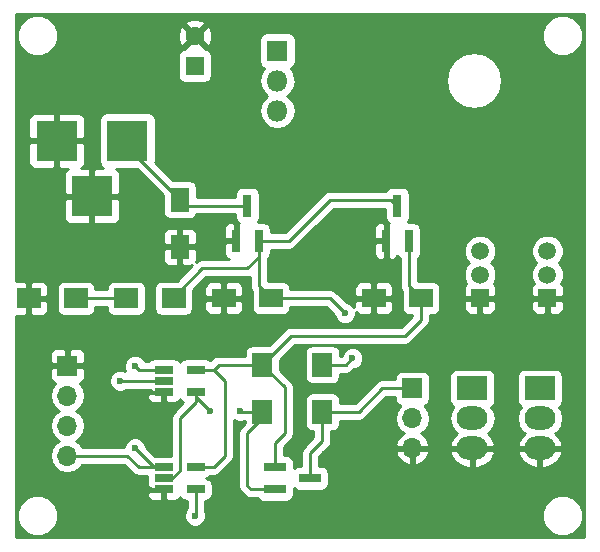
<source format=gbr>
G04 #@! TF.FileFunction,Copper,L1,Top,Signal*
%FSLAX46Y46*%
G04 Gerber Fmt 4.6, Leading zero omitted, Abs format (unit mm)*
G04 Created by KiCad (PCBNEW 4.0.7) date Sunday, June 10, 2018 'PMt' 01:36:30 PM*
%MOMM*%
%LPD*%
G01*
G04 APERTURE LIST*
%ADD10C,0.100000*%
%ADD11R,1.600000X2.000000*%
%ADD12R,1.600000X1.600000*%
%ADD13C,1.600000*%
%ADD14R,2.000000X1.600000*%
%ADD15R,2.000000X1.700000*%
%ADD16R,3.500000X3.500000*%
%ADD17R,1.700000X2.000000*%
%ADD18R,1.800000X1.800000*%
%ADD19O,1.800000X1.800000*%
%ADD20R,1.500000X1.500000*%
%ADD21C,1.500000*%
%ADD22R,2.600000X2.000000*%
%ADD23O,2.600000X2.000000*%
%ADD24R,1.560000X0.650000*%
%ADD25R,1.700000X1.700000*%
%ADD26O,1.700000X1.700000*%
%ADD27R,1.900000X0.800000*%
%ADD28R,0.800000X1.900000*%
%ADD29C,0.600000*%
%ADD30C,0.250000*%
%ADD31C,0.254000*%
G04 APERTURE END LIST*
D10*
D11*
X65405000Y-30385000D03*
X65405000Y-34385000D03*
D12*
X66675000Y-19050000D03*
D13*
X66675000Y-16550000D03*
D14*
X73120000Y-38735000D03*
X69120000Y-38735000D03*
D15*
X60865000Y-38735000D03*
X64865000Y-38735000D03*
D16*
X60960000Y-25400000D03*
X54960000Y-25400000D03*
X57960000Y-30100000D03*
D15*
X56610000Y-38735000D03*
X52610000Y-38735000D03*
D17*
X77470000Y-44355000D03*
X77470000Y-48355000D03*
X72390000Y-44355000D03*
X72390000Y-48355000D03*
D18*
X73660000Y-17780000D03*
D19*
X73660000Y-20320000D03*
X73660000Y-22860000D03*
D20*
X96520000Y-38735000D03*
D21*
X96520000Y-36735000D03*
X96520000Y-34735000D03*
D22*
X95885000Y-46355000D03*
D23*
X95885000Y-48895000D03*
X95885000Y-51435000D03*
D20*
X90805000Y-38735000D03*
D21*
X90805000Y-36735000D03*
X90805000Y-34735000D03*
D22*
X90170000Y-46355000D03*
D23*
X90170000Y-48895000D03*
X90170000Y-51435000D03*
D24*
X64055000Y-44770000D03*
X64055000Y-45720000D03*
X64055000Y-46670000D03*
X66755000Y-46670000D03*
X66755000Y-44770000D03*
X64055000Y-53025000D03*
X64055000Y-53975000D03*
X64055000Y-54925000D03*
X66755000Y-54925000D03*
X66755000Y-53025000D03*
D14*
X85820000Y-38735000D03*
X81820000Y-38735000D03*
D25*
X55880000Y-44450000D03*
D26*
X55880000Y-46990000D03*
X55880000Y-49530000D03*
X55880000Y-52070000D03*
D25*
X85090000Y-46355000D03*
D26*
X85090000Y-48895000D03*
X85090000Y-51435000D03*
D27*
X73430000Y-53025000D03*
X73430000Y-54925000D03*
X76430000Y-53975000D03*
D28*
X82870000Y-33885000D03*
X84770000Y-33885000D03*
X83820000Y-30885000D03*
X70170000Y-33885000D03*
X72070000Y-33885000D03*
X71120000Y-30885000D03*
D29*
X79375000Y-40005000D03*
X80010000Y-43815000D03*
X66675000Y-57150000D03*
X60325000Y-45720000D03*
X61595000Y-44450000D03*
X61595000Y-51435000D03*
X67945000Y-48260000D03*
X70485000Y-48260000D03*
D30*
X64055000Y-46670000D02*
X59370000Y-46670000D01*
X57150000Y-44450000D02*
X55880000Y-44450000D01*
X59370000Y-46670000D02*
X57150000Y-44450000D01*
X55880000Y-44450000D02*
X53975000Y-44450000D01*
X55560000Y-54925000D02*
X64055000Y-54925000D01*
X54610000Y-53975000D02*
X55560000Y-54925000D01*
X53340000Y-53975000D02*
X54610000Y-53975000D01*
X52705000Y-53340000D02*
X53340000Y-53975000D01*
X52705000Y-45720000D02*
X52705000Y-53340000D01*
X53975000Y-44450000D02*
X52705000Y-45720000D01*
X64865000Y-38735000D02*
X64865000Y-38640000D01*
X64865000Y-38640000D02*
X67310000Y-36195000D01*
X67310000Y-36195000D02*
X71120000Y-36195000D01*
X71120000Y-36195000D02*
X72070000Y-35245000D01*
X72070000Y-35245000D02*
X72070000Y-33885000D01*
X77470000Y-44355000D02*
X79470000Y-44355000D01*
X78105000Y-38735000D02*
X73120000Y-38735000D01*
X79375000Y-40005000D02*
X78105000Y-38735000D01*
X79470000Y-44355000D02*
X80010000Y-43815000D01*
X78105000Y-30385000D02*
X83320000Y-30385000D01*
X83320000Y-30385000D02*
X83820000Y-30885000D01*
X72070000Y-33885000D02*
X74605000Y-33885000D01*
X74605000Y-33885000D02*
X78105000Y-30385000D01*
X72070000Y-33885000D02*
X72070000Y-37685000D01*
X72070000Y-37685000D02*
X73120000Y-38735000D01*
X56610000Y-38735000D02*
X60865000Y-38735000D01*
X66755000Y-54925000D02*
X66755000Y-57070000D01*
X66755000Y-57070000D02*
X66675000Y-57150000D01*
X64055000Y-45720000D02*
X60325000Y-45720000D01*
X64055000Y-53025000D02*
X63185000Y-53025000D01*
X61915000Y-44770000D02*
X64055000Y-44770000D01*
X61595000Y-44450000D02*
X61915000Y-44770000D01*
X63185000Y-53025000D02*
X61595000Y-51435000D01*
X55880000Y-52070000D02*
X60960000Y-52070000D01*
X61915000Y-53025000D02*
X64055000Y-53025000D01*
X60960000Y-52070000D02*
X61915000Y-53025000D01*
X85090000Y-46355000D02*
X82550000Y-46355000D01*
X82550000Y-46355000D02*
X80550000Y-48355000D01*
X80550000Y-48355000D02*
X77470000Y-48355000D01*
X77470000Y-48355000D02*
X77470000Y-50800000D01*
X76430000Y-51840000D02*
X76430000Y-53975000D01*
X77470000Y-50800000D02*
X76430000Y-51840000D01*
X60960000Y-25400000D02*
X60960000Y-25940000D01*
X60960000Y-25940000D02*
X65905000Y-30885000D01*
X65905000Y-30885000D02*
X71120000Y-30885000D01*
X66755000Y-53025000D02*
X68260000Y-53025000D01*
X68265000Y-44770000D02*
X66755000Y-44770000D01*
X69215000Y-45720000D02*
X68265000Y-44770000D01*
X69215000Y-52070000D02*
X69215000Y-45720000D01*
X68260000Y-53025000D02*
X69215000Y-52070000D01*
X72390000Y-44355000D02*
X68675000Y-44355000D01*
X68260000Y-44770000D02*
X66755000Y-44770000D01*
X68675000Y-44355000D02*
X68260000Y-44770000D01*
X73430000Y-53025000D02*
X73430000Y-51030000D01*
X74295000Y-46260000D02*
X72390000Y-44355000D01*
X74295000Y-50165000D02*
X74295000Y-46260000D01*
X73430000Y-51030000D02*
X74295000Y-50165000D01*
X85820000Y-38735000D02*
X85820000Y-40545000D01*
X74835000Y-41910000D02*
X72390000Y-44355000D01*
X84455000Y-41910000D02*
X74835000Y-41910000D01*
X85820000Y-40545000D02*
X84455000Y-41910000D01*
X84770000Y-33885000D02*
X84770000Y-37685000D01*
X84770000Y-37685000D02*
X85820000Y-38735000D01*
X66755000Y-46670000D02*
X66755000Y-47545000D01*
X65405000Y-53340000D02*
X64770000Y-53975000D01*
X65405000Y-48895000D02*
X65405000Y-53340000D01*
X66755000Y-47545000D02*
X65405000Y-48895000D01*
X64770000Y-53975000D02*
X64055000Y-53975000D01*
X72390000Y-48355000D02*
X70580000Y-48355000D01*
X66755000Y-47070000D02*
X66755000Y-46670000D01*
X67945000Y-48260000D02*
X66755000Y-47070000D01*
X70580000Y-48355000D02*
X70485000Y-48260000D01*
X72390000Y-48355000D02*
X72390000Y-48895000D01*
X72390000Y-48895000D02*
X71120000Y-50165000D01*
X71120000Y-50165000D02*
X71120000Y-54610000D01*
X71120000Y-54610000D02*
X71435000Y-54925000D01*
X71435000Y-54925000D02*
X73430000Y-54925000D01*
D31*
G36*
X99620000Y-58980000D02*
X51510000Y-58980000D01*
X51510000Y-57493599D01*
X51604699Y-57493599D01*
X51868281Y-58131515D01*
X52355918Y-58620004D01*
X52993373Y-58884699D01*
X53683599Y-58885301D01*
X54321515Y-58621719D01*
X54810004Y-58134082D01*
X55074699Y-57496627D01*
X55075301Y-56806401D01*
X54811719Y-56168485D01*
X54324082Y-55679996D01*
X53686627Y-55415301D01*
X52996401Y-55414699D01*
X52358485Y-55678281D01*
X51869996Y-56165918D01*
X51605301Y-56803373D01*
X51604699Y-57493599D01*
X51510000Y-57493599D01*
X51510000Y-55210750D01*
X62640000Y-55210750D01*
X62640000Y-55376310D01*
X62736673Y-55609699D01*
X62915302Y-55788327D01*
X63148691Y-55885000D01*
X63769250Y-55885000D01*
X63928000Y-55726250D01*
X63928000Y-55052000D01*
X62798750Y-55052000D01*
X62640000Y-55210750D01*
X51510000Y-55210750D01*
X51510000Y-46990000D01*
X54365907Y-46990000D01*
X54478946Y-47558285D01*
X54800853Y-48040054D01*
X55130026Y-48260000D01*
X54800853Y-48479946D01*
X54478946Y-48961715D01*
X54365907Y-49530000D01*
X54478946Y-50098285D01*
X54800853Y-50580054D01*
X55130026Y-50800000D01*
X54800853Y-51019946D01*
X54478946Y-51501715D01*
X54365907Y-52070000D01*
X54478946Y-52638285D01*
X54800853Y-53120054D01*
X55282622Y-53441961D01*
X55850907Y-53555000D01*
X55909093Y-53555000D01*
X56477378Y-53441961D01*
X56959147Y-53120054D01*
X57152954Y-52830000D01*
X60645198Y-52830000D01*
X61377599Y-53562401D01*
X61624161Y-53727148D01*
X61915000Y-53785000D01*
X62627560Y-53785000D01*
X62627560Y-54300000D01*
X62653919Y-54440086D01*
X62640000Y-54473690D01*
X62640000Y-54639250D01*
X62798750Y-54798000D01*
X62879051Y-54798000D01*
X63023110Y-54896431D01*
X63275000Y-54947440D01*
X64202000Y-54947440D01*
X64202000Y-55052000D01*
X64182000Y-55052000D01*
X64182000Y-55726250D01*
X64340750Y-55885000D01*
X64961309Y-55885000D01*
X65194698Y-55788327D01*
X65373327Y-55609699D01*
X65404088Y-55535435D01*
X65510910Y-55701441D01*
X65723110Y-55846431D01*
X65975000Y-55897440D01*
X65995000Y-55897440D01*
X65995000Y-56507677D01*
X65882808Y-56619673D01*
X65740162Y-56963201D01*
X65739838Y-57335167D01*
X65881883Y-57678943D01*
X66144673Y-57942192D01*
X66488201Y-58084838D01*
X66860167Y-58085162D01*
X67203943Y-57943117D01*
X67467192Y-57680327D01*
X67544728Y-57493599D01*
X96054699Y-57493599D01*
X96318281Y-58131515D01*
X96805918Y-58620004D01*
X97443373Y-58884699D01*
X98133599Y-58885301D01*
X98771515Y-58621719D01*
X99260004Y-58134082D01*
X99524699Y-57496627D01*
X99525301Y-56806401D01*
X99261719Y-56168485D01*
X98774082Y-55679996D01*
X98136627Y-55415301D01*
X97446401Y-55414699D01*
X96808485Y-55678281D01*
X96319996Y-56165918D01*
X96055301Y-56803373D01*
X96054699Y-57493599D01*
X67544728Y-57493599D01*
X67609838Y-57336799D01*
X67610162Y-56964833D01*
X67515000Y-56734523D01*
X67515000Y-55897440D01*
X67535000Y-55897440D01*
X67770317Y-55853162D01*
X67986441Y-55714090D01*
X68131431Y-55501890D01*
X68182440Y-55250000D01*
X68182440Y-54600000D01*
X68138162Y-54364683D01*
X67999090Y-54148559D01*
X67786890Y-54003569D01*
X67649880Y-53975824D01*
X67770317Y-53953162D01*
X67986441Y-53814090D01*
X68006317Y-53785000D01*
X68260000Y-53785000D01*
X68550839Y-53727148D01*
X68797401Y-53562401D01*
X69752401Y-52607401D01*
X69917148Y-52360839D01*
X69975000Y-52070000D01*
X69975000Y-49060633D01*
X70298201Y-49194838D01*
X70670167Y-49195162D01*
X70864174Y-49115000D01*
X70892560Y-49115000D01*
X70892560Y-49317638D01*
X70582599Y-49627599D01*
X70417852Y-49874161D01*
X70360000Y-50165000D01*
X70360000Y-54610000D01*
X70417852Y-54900839D01*
X70582599Y-55147401D01*
X70897599Y-55462401D01*
X71144160Y-55627148D01*
X71435000Y-55685000D01*
X71957069Y-55685000D01*
X72015910Y-55776441D01*
X72228110Y-55921431D01*
X72480000Y-55972440D01*
X74380000Y-55972440D01*
X74615317Y-55928162D01*
X74831441Y-55789090D01*
X74976431Y-55576890D01*
X75027440Y-55325000D01*
X75027440Y-54834319D01*
X75228110Y-54971431D01*
X75480000Y-55022440D01*
X77380000Y-55022440D01*
X77615317Y-54978162D01*
X77831441Y-54839090D01*
X77976431Y-54626890D01*
X78027440Y-54375000D01*
X78027440Y-53575000D01*
X77983162Y-53339683D01*
X77844090Y-53123559D01*
X77631890Y-52978569D01*
X77380000Y-52927560D01*
X77190000Y-52927560D01*
X77190000Y-52154802D01*
X77552912Y-51791890D01*
X83648524Y-51791890D01*
X83818355Y-52201924D01*
X84208642Y-52630183D01*
X84733108Y-52876486D01*
X84963000Y-52755819D01*
X84963000Y-51562000D01*
X85217000Y-51562000D01*
X85217000Y-52755819D01*
X85446892Y-52876486D01*
X85971358Y-52630183D01*
X86361645Y-52201924D01*
X86521724Y-51815434D01*
X88279876Y-51815434D01*
X88310856Y-51943355D01*
X88624078Y-52501317D01*
X89126980Y-52896942D01*
X89743000Y-53070000D01*
X90043000Y-53070000D01*
X90043000Y-51562000D01*
X90297000Y-51562000D01*
X90297000Y-53070000D01*
X90597000Y-53070000D01*
X91213020Y-52896942D01*
X91715922Y-52501317D01*
X92029144Y-51943355D01*
X92060124Y-51815434D01*
X93994876Y-51815434D01*
X94025856Y-51943355D01*
X94339078Y-52501317D01*
X94841980Y-52896942D01*
X95458000Y-53070000D01*
X95758000Y-53070000D01*
X95758000Y-51562000D01*
X96012000Y-51562000D01*
X96012000Y-53070000D01*
X96312000Y-53070000D01*
X96928020Y-52896942D01*
X97430922Y-52501317D01*
X97744144Y-51943355D01*
X97775124Y-51815434D01*
X97655777Y-51562000D01*
X96012000Y-51562000D01*
X95758000Y-51562000D01*
X94114223Y-51562000D01*
X93994876Y-51815434D01*
X92060124Y-51815434D01*
X91940777Y-51562000D01*
X90297000Y-51562000D01*
X90043000Y-51562000D01*
X88399223Y-51562000D01*
X88279876Y-51815434D01*
X86521724Y-51815434D01*
X86531476Y-51791890D01*
X86410155Y-51562000D01*
X85217000Y-51562000D01*
X84963000Y-51562000D01*
X83769845Y-51562000D01*
X83648524Y-51791890D01*
X77552912Y-51791890D01*
X78007401Y-51337401D01*
X78172148Y-51090839D01*
X78230000Y-50800000D01*
X78230000Y-50002440D01*
X78320000Y-50002440D01*
X78555317Y-49958162D01*
X78771441Y-49819090D01*
X78916431Y-49606890D01*
X78967440Y-49355000D01*
X78967440Y-49115000D01*
X80550000Y-49115000D01*
X80840839Y-49057148D01*
X81087401Y-48892401D01*
X82864802Y-47115000D01*
X83592560Y-47115000D01*
X83592560Y-47205000D01*
X83636838Y-47440317D01*
X83775910Y-47656441D01*
X83988110Y-47801431D01*
X84055541Y-47815086D01*
X84010853Y-47844946D01*
X83688946Y-48326715D01*
X83575907Y-48895000D01*
X83688946Y-49463285D01*
X84010853Y-49945054D01*
X84351553Y-50172702D01*
X84208642Y-50239817D01*
X83818355Y-50668076D01*
X83648524Y-51078110D01*
X83769845Y-51308000D01*
X84963000Y-51308000D01*
X84963000Y-51288000D01*
X85217000Y-51288000D01*
X85217000Y-51308000D01*
X86410155Y-51308000D01*
X86531476Y-51078110D01*
X86361645Y-50668076D01*
X85971358Y-50239817D01*
X85828447Y-50172702D01*
X86169147Y-49945054D01*
X86491054Y-49463285D01*
X86604093Y-48895000D01*
X88197091Y-48895000D01*
X88321548Y-49520687D01*
X88675971Y-50051120D01*
X88866188Y-50178219D01*
X88624078Y-50368683D01*
X88310856Y-50926645D01*
X88279876Y-51054566D01*
X88399223Y-51308000D01*
X90043000Y-51308000D01*
X90043000Y-51288000D01*
X90297000Y-51288000D01*
X90297000Y-51308000D01*
X91940777Y-51308000D01*
X92060124Y-51054566D01*
X92029144Y-50926645D01*
X91715922Y-50368683D01*
X91473812Y-50178219D01*
X91664029Y-50051120D01*
X92018452Y-49520687D01*
X92142909Y-48895000D01*
X93912091Y-48895000D01*
X94036548Y-49520687D01*
X94390971Y-50051120D01*
X94581188Y-50178219D01*
X94339078Y-50368683D01*
X94025856Y-50926645D01*
X93994876Y-51054566D01*
X94114223Y-51308000D01*
X95758000Y-51308000D01*
X95758000Y-51288000D01*
X96012000Y-51288000D01*
X96012000Y-51308000D01*
X97655777Y-51308000D01*
X97775124Y-51054566D01*
X97744144Y-50926645D01*
X97430922Y-50368683D01*
X97188812Y-50178219D01*
X97379029Y-50051120D01*
X97733452Y-49520687D01*
X97857909Y-48895000D01*
X97733452Y-48269313D01*
X97493907Y-47910808D01*
X97636441Y-47819090D01*
X97781431Y-47606890D01*
X97832440Y-47355000D01*
X97832440Y-45355000D01*
X97788162Y-45119683D01*
X97649090Y-44903559D01*
X97436890Y-44758569D01*
X97185000Y-44707560D01*
X94585000Y-44707560D01*
X94349683Y-44751838D01*
X94133559Y-44890910D01*
X93988569Y-45103110D01*
X93937560Y-45355000D01*
X93937560Y-47355000D01*
X93981838Y-47590317D01*
X94120910Y-47806441D01*
X94275329Y-47911951D01*
X94036548Y-48269313D01*
X93912091Y-48895000D01*
X92142909Y-48895000D01*
X92018452Y-48269313D01*
X91778907Y-47910808D01*
X91921441Y-47819090D01*
X92066431Y-47606890D01*
X92117440Y-47355000D01*
X92117440Y-45355000D01*
X92073162Y-45119683D01*
X91934090Y-44903559D01*
X91721890Y-44758569D01*
X91470000Y-44707560D01*
X88870000Y-44707560D01*
X88634683Y-44751838D01*
X88418559Y-44890910D01*
X88273569Y-45103110D01*
X88222560Y-45355000D01*
X88222560Y-47355000D01*
X88266838Y-47590317D01*
X88405910Y-47806441D01*
X88560329Y-47911951D01*
X88321548Y-48269313D01*
X88197091Y-48895000D01*
X86604093Y-48895000D01*
X86491054Y-48326715D01*
X86169147Y-47844946D01*
X86127548Y-47817150D01*
X86175317Y-47808162D01*
X86391441Y-47669090D01*
X86536431Y-47456890D01*
X86587440Y-47205000D01*
X86587440Y-45505000D01*
X86543162Y-45269683D01*
X86404090Y-45053559D01*
X86191890Y-44908569D01*
X85940000Y-44857560D01*
X84240000Y-44857560D01*
X84004683Y-44901838D01*
X83788559Y-45040910D01*
X83643569Y-45253110D01*
X83592560Y-45505000D01*
X83592560Y-45595000D01*
X82550000Y-45595000D01*
X82259161Y-45652852D01*
X82012599Y-45817599D01*
X80235198Y-47595000D01*
X78967440Y-47595000D01*
X78967440Y-47355000D01*
X78923162Y-47119683D01*
X78784090Y-46903559D01*
X78571890Y-46758569D01*
X78320000Y-46707560D01*
X76620000Y-46707560D01*
X76384683Y-46751838D01*
X76168559Y-46890910D01*
X76023569Y-47103110D01*
X75972560Y-47355000D01*
X75972560Y-49355000D01*
X76016838Y-49590317D01*
X76155910Y-49806441D01*
X76368110Y-49951431D01*
X76620000Y-50002440D01*
X76710000Y-50002440D01*
X76710000Y-50485198D01*
X75892599Y-51302599D01*
X75727852Y-51549161D01*
X75670000Y-51840000D01*
X75670000Y-52927560D01*
X75480000Y-52927560D01*
X75244683Y-52971838D01*
X75028559Y-53110910D01*
X75027440Y-53112548D01*
X75027440Y-52625000D01*
X74983162Y-52389683D01*
X74844090Y-52173559D01*
X74631890Y-52028569D01*
X74380000Y-51977560D01*
X74190000Y-51977560D01*
X74190000Y-51344802D01*
X74832401Y-50702401D01*
X74997148Y-50455839D01*
X75055000Y-50165000D01*
X75055000Y-46260000D01*
X74997148Y-45969161D01*
X74832401Y-45722599D01*
X73887440Y-44777638D01*
X73887440Y-43932362D01*
X74464802Y-43355000D01*
X75972560Y-43355000D01*
X75972560Y-45355000D01*
X76016838Y-45590317D01*
X76155910Y-45806441D01*
X76368110Y-45951431D01*
X76620000Y-46002440D01*
X78320000Y-46002440D01*
X78555317Y-45958162D01*
X78771441Y-45819090D01*
X78916431Y-45606890D01*
X78967440Y-45355000D01*
X78967440Y-45115000D01*
X79470000Y-45115000D01*
X79760839Y-45057148D01*
X80007401Y-44892401D01*
X80149680Y-44750122D01*
X80195167Y-44750162D01*
X80538943Y-44608117D01*
X80802192Y-44345327D01*
X80944838Y-44001799D01*
X80945162Y-43629833D01*
X80803117Y-43286057D01*
X80540327Y-43022808D01*
X80196799Y-42880162D01*
X79824833Y-42879838D01*
X79481057Y-43021883D01*
X79217808Y-43284673D01*
X79088948Y-43595000D01*
X78967440Y-43595000D01*
X78967440Y-43355000D01*
X78923162Y-43119683D01*
X78784090Y-42903559D01*
X78571890Y-42758569D01*
X78320000Y-42707560D01*
X76620000Y-42707560D01*
X76384683Y-42751838D01*
X76168559Y-42890910D01*
X76023569Y-43103110D01*
X75972560Y-43355000D01*
X74464802Y-43355000D01*
X75149802Y-42670000D01*
X84455000Y-42670000D01*
X84745839Y-42612148D01*
X84992401Y-42447401D01*
X86357401Y-41082401D01*
X86522148Y-40835839D01*
X86580000Y-40545000D01*
X86580000Y-40182440D01*
X86820000Y-40182440D01*
X87055317Y-40138162D01*
X87271441Y-39999090D01*
X87416431Y-39786890D01*
X87467440Y-39535000D01*
X87467440Y-39020750D01*
X89420000Y-39020750D01*
X89420000Y-39611309D01*
X89516673Y-39844698D01*
X89695301Y-40023327D01*
X89928690Y-40120000D01*
X90519250Y-40120000D01*
X90678000Y-39961250D01*
X90678000Y-38862000D01*
X90932000Y-38862000D01*
X90932000Y-39961250D01*
X91090750Y-40120000D01*
X91681310Y-40120000D01*
X91914699Y-40023327D01*
X92093327Y-39844698D01*
X92190000Y-39611309D01*
X92190000Y-39020750D01*
X95135000Y-39020750D01*
X95135000Y-39611309D01*
X95231673Y-39844698D01*
X95410301Y-40023327D01*
X95643690Y-40120000D01*
X96234250Y-40120000D01*
X96393000Y-39961250D01*
X96393000Y-38862000D01*
X96647000Y-38862000D01*
X96647000Y-39961250D01*
X96805750Y-40120000D01*
X97396310Y-40120000D01*
X97629699Y-40023327D01*
X97808327Y-39844698D01*
X97905000Y-39611309D01*
X97905000Y-39020750D01*
X97746250Y-38862000D01*
X96647000Y-38862000D01*
X96393000Y-38862000D01*
X95293750Y-38862000D01*
X95135000Y-39020750D01*
X92190000Y-39020750D01*
X92031250Y-38862000D01*
X90932000Y-38862000D01*
X90678000Y-38862000D01*
X89578750Y-38862000D01*
X89420000Y-39020750D01*
X87467440Y-39020750D01*
X87467440Y-37935000D01*
X87423162Y-37699683D01*
X87284090Y-37483559D01*
X87071890Y-37338569D01*
X86820000Y-37287560D01*
X85530000Y-37287560D01*
X85530000Y-35357931D01*
X85621441Y-35299090D01*
X85766431Y-35086890D01*
X85782146Y-35009285D01*
X89419760Y-35009285D01*
X89630169Y-35518515D01*
X89846313Y-35735036D01*
X89631539Y-35949436D01*
X89420241Y-36458298D01*
X89419760Y-37009285D01*
X89628207Y-37513767D01*
X89516673Y-37625302D01*
X89420000Y-37858691D01*
X89420000Y-38449250D01*
X89578750Y-38608000D01*
X90678000Y-38608000D01*
X90678000Y-38588000D01*
X90932000Y-38588000D01*
X90932000Y-38608000D01*
X92031250Y-38608000D01*
X92190000Y-38449250D01*
X92190000Y-37858691D01*
X92093327Y-37625302D01*
X91981433Y-37513407D01*
X92189759Y-37011702D01*
X92190240Y-36460715D01*
X91979831Y-35951485D01*
X91763687Y-35734964D01*
X91978461Y-35520564D01*
X92189759Y-35011702D01*
X92189761Y-35009285D01*
X95134760Y-35009285D01*
X95345169Y-35518515D01*
X95561313Y-35735036D01*
X95346539Y-35949436D01*
X95135241Y-36458298D01*
X95134760Y-37009285D01*
X95343207Y-37513767D01*
X95231673Y-37625302D01*
X95135000Y-37858691D01*
X95135000Y-38449250D01*
X95293750Y-38608000D01*
X96393000Y-38608000D01*
X96393000Y-38588000D01*
X96647000Y-38588000D01*
X96647000Y-38608000D01*
X97746250Y-38608000D01*
X97905000Y-38449250D01*
X97905000Y-37858691D01*
X97808327Y-37625302D01*
X97696433Y-37513407D01*
X97904759Y-37011702D01*
X97905240Y-36460715D01*
X97694831Y-35951485D01*
X97478687Y-35734964D01*
X97693461Y-35520564D01*
X97904759Y-35011702D01*
X97905240Y-34460715D01*
X97694831Y-33951485D01*
X97305564Y-33561539D01*
X96796702Y-33350241D01*
X96245715Y-33349760D01*
X95736485Y-33560169D01*
X95346539Y-33949436D01*
X95135241Y-34458298D01*
X95134760Y-35009285D01*
X92189761Y-35009285D01*
X92190240Y-34460715D01*
X91979831Y-33951485D01*
X91590564Y-33561539D01*
X91081702Y-33350241D01*
X90530715Y-33349760D01*
X90021485Y-33560169D01*
X89631539Y-33949436D01*
X89420241Y-34458298D01*
X89419760Y-35009285D01*
X85782146Y-35009285D01*
X85817440Y-34835000D01*
X85817440Y-32935000D01*
X85773162Y-32699683D01*
X85634090Y-32483559D01*
X85421890Y-32338569D01*
X85170000Y-32287560D01*
X84679319Y-32287560D01*
X84816431Y-32086890D01*
X84867440Y-31835000D01*
X84867440Y-29935000D01*
X84823162Y-29699683D01*
X84684090Y-29483559D01*
X84471890Y-29338569D01*
X84220000Y-29287560D01*
X83420000Y-29287560D01*
X83184683Y-29331838D01*
X82968559Y-29470910D01*
X82863274Y-29625000D01*
X78105000Y-29625000D01*
X77862414Y-29673254D01*
X77814160Y-29682852D01*
X77567599Y-29847599D01*
X74290198Y-33125000D01*
X73117440Y-33125000D01*
X73117440Y-32935000D01*
X73073162Y-32699683D01*
X72934090Y-32483559D01*
X72721890Y-32338569D01*
X72470000Y-32287560D01*
X71979319Y-32287560D01*
X72116431Y-32086890D01*
X72167440Y-31835000D01*
X72167440Y-29935000D01*
X72123162Y-29699683D01*
X71984090Y-29483559D01*
X71771890Y-29338569D01*
X71520000Y-29287560D01*
X70720000Y-29287560D01*
X70484683Y-29331838D01*
X70268559Y-29470910D01*
X70123569Y-29683110D01*
X70072560Y-29935000D01*
X70072560Y-30125000D01*
X66852440Y-30125000D01*
X66852440Y-29385000D01*
X66808162Y-29149683D01*
X66669090Y-28933559D01*
X66456890Y-28788569D01*
X66205000Y-28737560D01*
X64832362Y-28737560D01*
X63338471Y-27243669D01*
X63357440Y-27150000D01*
X63357440Y-23650000D01*
X63313162Y-23414683D01*
X63174090Y-23198559D01*
X62961890Y-23053569D01*
X62710000Y-23002560D01*
X59210000Y-23002560D01*
X58974683Y-23046838D01*
X58758559Y-23185910D01*
X58613569Y-23398110D01*
X58562560Y-23650000D01*
X58562560Y-27150000D01*
X58606838Y-27385317D01*
X58745910Y-27601441D01*
X58912109Y-27715000D01*
X58245750Y-27715000D01*
X58087000Y-27873750D01*
X58087000Y-29973000D01*
X60186250Y-29973000D01*
X60345000Y-29814250D01*
X60345000Y-28223690D01*
X60248327Y-27990301D01*
X60069698Y-27811673D01*
X60035337Y-27797440D01*
X61742638Y-27797440D01*
X63957560Y-30012362D01*
X63957560Y-31385000D01*
X64001838Y-31620317D01*
X64140910Y-31836441D01*
X64353110Y-31981431D01*
X64605000Y-32032440D01*
X66205000Y-32032440D01*
X66440317Y-31988162D01*
X66656441Y-31849090D01*
X66795890Y-31645000D01*
X70072560Y-31645000D01*
X70072560Y-31835000D01*
X70116838Y-32070317D01*
X70255910Y-32286441D01*
X70382686Y-32373064D01*
X70297000Y-32458750D01*
X70297000Y-33758000D01*
X70317000Y-33758000D01*
X70317000Y-34012000D01*
X70297000Y-34012000D01*
X70297000Y-34032000D01*
X70043000Y-34032000D01*
X70043000Y-34012000D01*
X69293750Y-34012000D01*
X69135000Y-34170750D01*
X69135000Y-34961309D01*
X69231673Y-35194698D01*
X69410301Y-35373327D01*
X69559193Y-35435000D01*
X67310000Y-35435000D01*
X67019161Y-35492852D01*
X66782009Y-35651311D01*
X66840000Y-35511309D01*
X66840000Y-34670750D01*
X66681250Y-34512000D01*
X65532000Y-34512000D01*
X65532000Y-35861250D01*
X65690750Y-36020000D01*
X66331310Y-36020000D01*
X66465980Y-35964218D01*
X65192638Y-37237560D01*
X63865000Y-37237560D01*
X63629683Y-37281838D01*
X63413559Y-37420910D01*
X63268569Y-37633110D01*
X63217560Y-37885000D01*
X63217560Y-39585000D01*
X63261838Y-39820317D01*
X63400910Y-40036441D01*
X63613110Y-40181431D01*
X63865000Y-40232440D01*
X65865000Y-40232440D01*
X66100317Y-40188162D01*
X66316441Y-40049090D01*
X66461431Y-39836890D01*
X66512440Y-39585000D01*
X66512440Y-39020750D01*
X67485000Y-39020750D01*
X67485000Y-39661310D01*
X67581673Y-39894699D01*
X67760302Y-40073327D01*
X67993691Y-40170000D01*
X68834250Y-40170000D01*
X68993000Y-40011250D01*
X68993000Y-38862000D01*
X69247000Y-38862000D01*
X69247000Y-40011250D01*
X69405750Y-40170000D01*
X70246309Y-40170000D01*
X70479698Y-40073327D01*
X70658327Y-39894699D01*
X70755000Y-39661310D01*
X70755000Y-39020750D01*
X70596250Y-38862000D01*
X69247000Y-38862000D01*
X68993000Y-38862000D01*
X67643750Y-38862000D01*
X67485000Y-39020750D01*
X66512440Y-39020750D01*
X66512440Y-38067362D01*
X66771112Y-37808690D01*
X67485000Y-37808690D01*
X67485000Y-38449250D01*
X67643750Y-38608000D01*
X68993000Y-38608000D01*
X68993000Y-37458750D01*
X69247000Y-37458750D01*
X69247000Y-38608000D01*
X70596250Y-38608000D01*
X70755000Y-38449250D01*
X70755000Y-37808690D01*
X70658327Y-37575301D01*
X70479698Y-37396673D01*
X70246309Y-37300000D01*
X69405750Y-37300000D01*
X69247000Y-37458750D01*
X68993000Y-37458750D01*
X68834250Y-37300000D01*
X67993691Y-37300000D01*
X67760302Y-37396673D01*
X67581673Y-37575301D01*
X67485000Y-37808690D01*
X66771112Y-37808690D01*
X67624802Y-36955000D01*
X71120000Y-36955000D01*
X71310000Y-36917206D01*
X71310000Y-37685000D01*
X71367852Y-37975839D01*
X71472560Y-38132546D01*
X71472560Y-39535000D01*
X71516838Y-39770317D01*
X71655910Y-39986441D01*
X71868110Y-40131431D01*
X72120000Y-40182440D01*
X74120000Y-40182440D01*
X74355317Y-40138162D01*
X74571441Y-39999090D01*
X74716431Y-39786890D01*
X74767440Y-39535000D01*
X74767440Y-39495000D01*
X77790198Y-39495000D01*
X78439878Y-40144680D01*
X78439838Y-40190167D01*
X78581883Y-40533943D01*
X78844673Y-40797192D01*
X79188201Y-40939838D01*
X79560167Y-40940162D01*
X79903943Y-40798117D01*
X80167192Y-40535327D01*
X80309838Y-40191799D01*
X80310072Y-39923098D01*
X80460302Y-40073327D01*
X80693691Y-40170000D01*
X81534250Y-40170000D01*
X81693000Y-40011250D01*
X81693000Y-38862000D01*
X81947000Y-38862000D01*
X81947000Y-40011250D01*
X82105750Y-40170000D01*
X82946309Y-40170000D01*
X83179698Y-40073327D01*
X83358327Y-39894699D01*
X83455000Y-39661310D01*
X83455000Y-39020750D01*
X83296250Y-38862000D01*
X81947000Y-38862000D01*
X81693000Y-38862000D01*
X80343750Y-38862000D01*
X80185000Y-39020750D01*
X80185000Y-39516917D01*
X80168117Y-39476057D01*
X79905327Y-39212808D01*
X79561799Y-39070162D01*
X79514923Y-39070121D01*
X78642401Y-38197599D01*
X78395839Y-38032852D01*
X78105000Y-37975000D01*
X74767440Y-37975000D01*
X74767440Y-37935000D01*
X74743674Y-37808690D01*
X80185000Y-37808690D01*
X80185000Y-38449250D01*
X80343750Y-38608000D01*
X81693000Y-38608000D01*
X81693000Y-37458750D01*
X81947000Y-37458750D01*
X81947000Y-38608000D01*
X83296250Y-38608000D01*
X83455000Y-38449250D01*
X83455000Y-37808690D01*
X83358327Y-37575301D01*
X83179698Y-37396673D01*
X82946309Y-37300000D01*
X82105750Y-37300000D01*
X81947000Y-37458750D01*
X81693000Y-37458750D01*
X81534250Y-37300000D01*
X80693691Y-37300000D01*
X80460302Y-37396673D01*
X80281673Y-37575301D01*
X80185000Y-37808690D01*
X74743674Y-37808690D01*
X74723162Y-37699683D01*
X74584090Y-37483559D01*
X74371890Y-37338569D01*
X74120000Y-37287560D01*
X72830000Y-37287560D01*
X72830000Y-35357931D01*
X72921441Y-35299090D01*
X73066431Y-35086890D01*
X73117440Y-34835000D01*
X73117440Y-34645000D01*
X74605000Y-34645000D01*
X74895839Y-34587148D01*
X75142401Y-34422401D01*
X75394052Y-34170750D01*
X81835000Y-34170750D01*
X81835000Y-34961309D01*
X81931673Y-35194698D01*
X82110301Y-35373327D01*
X82343690Y-35470000D01*
X82584250Y-35470000D01*
X82743000Y-35311250D01*
X82743000Y-34012000D01*
X81993750Y-34012000D01*
X81835000Y-34170750D01*
X75394052Y-34170750D01*
X76756111Y-32808691D01*
X81835000Y-32808691D01*
X81835000Y-33599250D01*
X81993750Y-33758000D01*
X82743000Y-33758000D01*
X82743000Y-32458750D01*
X82584250Y-32300000D01*
X82343690Y-32300000D01*
X82110301Y-32396673D01*
X81931673Y-32575302D01*
X81835000Y-32808691D01*
X76756111Y-32808691D01*
X78419802Y-31145000D01*
X82772560Y-31145000D01*
X82772560Y-31835000D01*
X82816838Y-32070317D01*
X82955910Y-32286441D01*
X83082686Y-32373064D01*
X82997000Y-32458750D01*
X82997000Y-33758000D01*
X83017000Y-33758000D01*
X83017000Y-34012000D01*
X82997000Y-34012000D01*
X82997000Y-35311250D01*
X83155750Y-35470000D01*
X83396310Y-35470000D01*
X83629699Y-35373327D01*
X83808327Y-35194698D01*
X83823423Y-35158253D01*
X83905910Y-35286441D01*
X84010000Y-35357563D01*
X84010000Y-37685000D01*
X84067852Y-37975839D01*
X84172560Y-38132546D01*
X84172560Y-39535000D01*
X84216838Y-39770317D01*
X84355910Y-39986441D01*
X84568110Y-40131431D01*
X84820000Y-40182440D01*
X85060000Y-40182440D01*
X85060000Y-40230198D01*
X84140198Y-41150000D01*
X74835000Y-41150000D01*
X74544161Y-41207852D01*
X74297599Y-41372599D01*
X72962638Y-42707560D01*
X71540000Y-42707560D01*
X71304683Y-42751838D01*
X71088559Y-42890910D01*
X70943569Y-43103110D01*
X70892560Y-43355000D01*
X70892560Y-43595000D01*
X68675000Y-43595000D01*
X68384161Y-43652852D01*
X68137599Y-43817599D01*
X67976841Y-43978357D01*
X67786890Y-43848569D01*
X67535000Y-43797560D01*
X65975000Y-43797560D01*
X65739683Y-43841838D01*
X65523559Y-43980910D01*
X65403767Y-44156232D01*
X65299090Y-43993559D01*
X65086890Y-43848569D01*
X64835000Y-43797560D01*
X63275000Y-43797560D01*
X63039683Y-43841838D01*
X62823559Y-43980910D01*
X62803683Y-44010000D01*
X62424867Y-44010000D01*
X62388117Y-43921057D01*
X62125327Y-43657808D01*
X61781799Y-43515162D01*
X61409833Y-43514838D01*
X61066057Y-43656883D01*
X60802808Y-43919673D01*
X60660162Y-44263201D01*
X60659838Y-44635167D01*
X60765310Y-44890430D01*
X60511799Y-44785162D01*
X60139833Y-44784838D01*
X59796057Y-44926883D01*
X59532808Y-45189673D01*
X59390162Y-45533201D01*
X59389838Y-45905167D01*
X59531883Y-46248943D01*
X59794673Y-46512192D01*
X60138201Y-46654838D01*
X60510167Y-46655162D01*
X60853943Y-46513117D01*
X60887118Y-46480000D01*
X62735750Y-46480000D01*
X62798750Y-46543000D01*
X62879051Y-46543000D01*
X63023110Y-46641431D01*
X63275000Y-46692440D01*
X64202000Y-46692440D01*
X64202000Y-46797000D01*
X64182000Y-46797000D01*
X64182000Y-47471250D01*
X64340750Y-47630000D01*
X64961309Y-47630000D01*
X65194698Y-47533327D01*
X65373327Y-47354699D01*
X65404088Y-47280435D01*
X65510910Y-47446441D01*
X65670033Y-47555165D01*
X64867599Y-48357599D01*
X64702852Y-48604161D01*
X64645000Y-48895000D01*
X64645000Y-52052560D01*
X63287362Y-52052560D01*
X62530122Y-51295320D01*
X62530162Y-51249833D01*
X62388117Y-50906057D01*
X62125327Y-50642808D01*
X61781799Y-50500162D01*
X61409833Y-50499838D01*
X61066057Y-50641883D01*
X60802808Y-50904673D01*
X60660162Y-51248201D01*
X60660108Y-51310000D01*
X57152954Y-51310000D01*
X56959147Y-51019946D01*
X56629974Y-50800000D01*
X56959147Y-50580054D01*
X57281054Y-50098285D01*
X57394093Y-49530000D01*
X57281054Y-48961715D01*
X56959147Y-48479946D01*
X56629974Y-48260000D01*
X56959147Y-48040054D01*
X57281054Y-47558285D01*
X57394093Y-46990000D01*
X57387281Y-46955750D01*
X62640000Y-46955750D01*
X62640000Y-47121310D01*
X62736673Y-47354699D01*
X62915302Y-47533327D01*
X63148691Y-47630000D01*
X63769250Y-47630000D01*
X63928000Y-47471250D01*
X63928000Y-46797000D01*
X62798750Y-46797000D01*
X62640000Y-46955750D01*
X57387281Y-46955750D01*
X57281054Y-46421715D01*
X56959147Y-45939946D01*
X56915223Y-45910597D01*
X57089698Y-45838327D01*
X57268327Y-45659699D01*
X57365000Y-45426310D01*
X57365000Y-44735750D01*
X57206250Y-44577000D01*
X56007000Y-44577000D01*
X56007000Y-44597000D01*
X55753000Y-44597000D01*
X55753000Y-44577000D01*
X54553750Y-44577000D01*
X54395000Y-44735750D01*
X54395000Y-45426310D01*
X54491673Y-45659699D01*
X54670302Y-45838327D01*
X54844777Y-45910597D01*
X54800853Y-45939946D01*
X54478946Y-46421715D01*
X54365907Y-46990000D01*
X51510000Y-46990000D01*
X51510000Y-43473690D01*
X54395000Y-43473690D01*
X54395000Y-44164250D01*
X54553750Y-44323000D01*
X55753000Y-44323000D01*
X55753000Y-43123750D01*
X56007000Y-43123750D01*
X56007000Y-44323000D01*
X57206250Y-44323000D01*
X57365000Y-44164250D01*
X57365000Y-43473690D01*
X57268327Y-43240301D01*
X57089698Y-43061673D01*
X56856309Y-42965000D01*
X56165750Y-42965000D01*
X56007000Y-43123750D01*
X55753000Y-43123750D01*
X55594250Y-42965000D01*
X54903691Y-42965000D01*
X54670302Y-43061673D01*
X54491673Y-43240301D01*
X54395000Y-43473690D01*
X51510000Y-43473690D01*
X51510000Y-40220000D01*
X52324250Y-40220000D01*
X52483000Y-40061250D01*
X52483000Y-38862000D01*
X52737000Y-38862000D01*
X52737000Y-40061250D01*
X52895750Y-40220000D01*
X53736309Y-40220000D01*
X53969698Y-40123327D01*
X54148327Y-39944699D01*
X54245000Y-39711310D01*
X54245000Y-39020750D01*
X54086250Y-38862000D01*
X52737000Y-38862000D01*
X52483000Y-38862000D01*
X52463000Y-38862000D01*
X52463000Y-38608000D01*
X52483000Y-38608000D01*
X52483000Y-37408750D01*
X52737000Y-37408750D01*
X52737000Y-38608000D01*
X54086250Y-38608000D01*
X54245000Y-38449250D01*
X54245000Y-37885000D01*
X54962560Y-37885000D01*
X54962560Y-39585000D01*
X55006838Y-39820317D01*
X55145910Y-40036441D01*
X55358110Y-40181431D01*
X55610000Y-40232440D01*
X57610000Y-40232440D01*
X57845317Y-40188162D01*
X58061441Y-40049090D01*
X58206431Y-39836890D01*
X58257440Y-39585000D01*
X58257440Y-39495000D01*
X59217560Y-39495000D01*
X59217560Y-39585000D01*
X59261838Y-39820317D01*
X59400910Y-40036441D01*
X59613110Y-40181431D01*
X59865000Y-40232440D01*
X61865000Y-40232440D01*
X62100317Y-40188162D01*
X62316441Y-40049090D01*
X62461431Y-39836890D01*
X62512440Y-39585000D01*
X62512440Y-37885000D01*
X62468162Y-37649683D01*
X62329090Y-37433559D01*
X62116890Y-37288569D01*
X61865000Y-37237560D01*
X59865000Y-37237560D01*
X59629683Y-37281838D01*
X59413559Y-37420910D01*
X59268569Y-37633110D01*
X59217560Y-37885000D01*
X59217560Y-37975000D01*
X58257440Y-37975000D01*
X58257440Y-37885000D01*
X58213162Y-37649683D01*
X58074090Y-37433559D01*
X57861890Y-37288569D01*
X57610000Y-37237560D01*
X55610000Y-37237560D01*
X55374683Y-37281838D01*
X55158559Y-37420910D01*
X55013569Y-37633110D01*
X54962560Y-37885000D01*
X54245000Y-37885000D01*
X54245000Y-37758690D01*
X54148327Y-37525301D01*
X53969698Y-37346673D01*
X53736309Y-37250000D01*
X52895750Y-37250000D01*
X52737000Y-37408750D01*
X52483000Y-37408750D01*
X52324250Y-37250000D01*
X51510000Y-37250000D01*
X51510000Y-34670750D01*
X63970000Y-34670750D01*
X63970000Y-35511309D01*
X64066673Y-35744698D01*
X64245301Y-35923327D01*
X64478690Y-36020000D01*
X65119250Y-36020000D01*
X65278000Y-35861250D01*
X65278000Y-34512000D01*
X64128750Y-34512000D01*
X63970000Y-34670750D01*
X51510000Y-34670750D01*
X51510000Y-33258691D01*
X63970000Y-33258691D01*
X63970000Y-34099250D01*
X64128750Y-34258000D01*
X65278000Y-34258000D01*
X65278000Y-32908750D01*
X65532000Y-32908750D01*
X65532000Y-34258000D01*
X66681250Y-34258000D01*
X66840000Y-34099250D01*
X66840000Y-33258691D01*
X66743327Y-33025302D01*
X66564699Y-32846673D01*
X66473003Y-32808691D01*
X69135000Y-32808691D01*
X69135000Y-33599250D01*
X69293750Y-33758000D01*
X70043000Y-33758000D01*
X70043000Y-32458750D01*
X69884250Y-32300000D01*
X69643690Y-32300000D01*
X69410301Y-32396673D01*
X69231673Y-32575302D01*
X69135000Y-32808691D01*
X66473003Y-32808691D01*
X66331310Y-32750000D01*
X65690750Y-32750000D01*
X65532000Y-32908750D01*
X65278000Y-32908750D01*
X65119250Y-32750000D01*
X64478690Y-32750000D01*
X64245301Y-32846673D01*
X64066673Y-33025302D01*
X63970000Y-33258691D01*
X51510000Y-33258691D01*
X51510000Y-30385750D01*
X55575000Y-30385750D01*
X55575000Y-31976310D01*
X55671673Y-32209699D01*
X55850302Y-32388327D01*
X56083691Y-32485000D01*
X57674250Y-32485000D01*
X57833000Y-32326250D01*
X57833000Y-30227000D01*
X58087000Y-30227000D01*
X58087000Y-32326250D01*
X58245750Y-32485000D01*
X59836309Y-32485000D01*
X60069698Y-32388327D01*
X60248327Y-32209699D01*
X60345000Y-31976310D01*
X60345000Y-30385750D01*
X60186250Y-30227000D01*
X58087000Y-30227000D01*
X57833000Y-30227000D01*
X55733750Y-30227000D01*
X55575000Y-30385750D01*
X51510000Y-30385750D01*
X51510000Y-25685750D01*
X52575000Y-25685750D01*
X52575000Y-27276310D01*
X52671673Y-27509699D01*
X52850302Y-27688327D01*
X53083691Y-27785000D01*
X54674250Y-27785000D01*
X54833000Y-27626250D01*
X54833000Y-25527000D01*
X55087000Y-25527000D01*
X55087000Y-27626250D01*
X55245750Y-27785000D01*
X55914696Y-27785000D01*
X55850302Y-27811673D01*
X55671673Y-27990301D01*
X55575000Y-28223690D01*
X55575000Y-29814250D01*
X55733750Y-29973000D01*
X57833000Y-29973000D01*
X57833000Y-27873750D01*
X57674250Y-27715000D01*
X57005304Y-27715000D01*
X57069698Y-27688327D01*
X57248327Y-27509699D01*
X57345000Y-27276310D01*
X57345000Y-25685750D01*
X57186250Y-25527000D01*
X55087000Y-25527000D01*
X54833000Y-25527000D01*
X52733750Y-25527000D01*
X52575000Y-25685750D01*
X51510000Y-25685750D01*
X51510000Y-23523690D01*
X52575000Y-23523690D01*
X52575000Y-25114250D01*
X52733750Y-25273000D01*
X54833000Y-25273000D01*
X54833000Y-23173750D01*
X55087000Y-23173750D01*
X55087000Y-25273000D01*
X57186250Y-25273000D01*
X57345000Y-25114250D01*
X57345000Y-23523690D01*
X57248327Y-23290301D01*
X57069698Y-23111673D01*
X56836309Y-23015000D01*
X55245750Y-23015000D01*
X55087000Y-23173750D01*
X54833000Y-23173750D01*
X54674250Y-23015000D01*
X53083691Y-23015000D01*
X52850302Y-23111673D01*
X52671673Y-23290301D01*
X52575000Y-23523690D01*
X51510000Y-23523690D01*
X51510000Y-18250000D01*
X65227560Y-18250000D01*
X65227560Y-19850000D01*
X65271838Y-20085317D01*
X65410910Y-20301441D01*
X65623110Y-20446431D01*
X65875000Y-20497440D01*
X67475000Y-20497440D01*
X67710317Y-20453162D01*
X67926441Y-20314090D01*
X68071431Y-20101890D01*
X68122440Y-19850000D01*
X68122440Y-18250000D01*
X68078162Y-18014683D01*
X67939090Y-17798559D01*
X67726890Y-17653569D01*
X67488799Y-17605354D01*
X67503139Y-17557745D01*
X66675000Y-16729605D01*
X65846861Y-17557745D01*
X65861145Y-17605167D01*
X65639683Y-17646838D01*
X65423559Y-17785910D01*
X65278569Y-17998110D01*
X65227560Y-18250000D01*
X51510000Y-18250000D01*
X51510000Y-16853599D01*
X51604699Y-16853599D01*
X51868281Y-17491515D01*
X52355918Y-17980004D01*
X52993373Y-18244699D01*
X53683599Y-18245301D01*
X54321515Y-17981719D01*
X54810004Y-17494082D01*
X55074699Y-16856627D01*
X55075155Y-16333223D01*
X65228035Y-16333223D01*
X65255222Y-16903454D01*
X65421136Y-17304005D01*
X65667255Y-17378139D01*
X66495395Y-16550000D01*
X66854605Y-16550000D01*
X67682745Y-17378139D01*
X67928864Y-17304005D01*
X68081268Y-16880000D01*
X72112560Y-16880000D01*
X72112560Y-18680000D01*
X72156838Y-18915317D01*
X72295910Y-19131441D01*
X72508110Y-19276431D01*
X72524344Y-19279719D01*
X72241845Y-19702509D01*
X72125000Y-20289928D01*
X72125000Y-20350072D01*
X72241845Y-20937491D01*
X72574591Y-21435481D01*
X72805845Y-21590000D01*
X72574591Y-21744519D01*
X72241845Y-22242509D01*
X72125000Y-22829928D01*
X72125000Y-22890072D01*
X72241845Y-23477491D01*
X72574591Y-23975481D01*
X73072581Y-24308227D01*
X73660000Y-24425072D01*
X74247419Y-24308227D01*
X74745409Y-23975481D01*
X75078155Y-23477491D01*
X75195000Y-22890072D01*
X75195000Y-22829928D01*
X75078155Y-22242509D01*
X74745409Y-21744519D01*
X74514155Y-21590000D01*
X74745409Y-21435481D01*
X75078155Y-20937491D01*
X75195000Y-20350072D01*
X75195000Y-20289928D01*
X75191688Y-20273275D01*
X87935000Y-20273275D01*
X87935000Y-20366725D01*
X88116547Y-21279425D01*
X88633550Y-22053175D01*
X89407300Y-22570178D01*
X90320000Y-22751725D01*
X91232700Y-22570178D01*
X92006450Y-22053175D01*
X92523453Y-21279425D01*
X92705000Y-20366725D01*
X92705000Y-20273275D01*
X92523453Y-19360575D01*
X92006450Y-18586825D01*
X91232700Y-18069822D01*
X90320000Y-17888275D01*
X89407300Y-18069822D01*
X88633550Y-18586825D01*
X88116547Y-19360575D01*
X87935000Y-20273275D01*
X75191688Y-20273275D01*
X75078155Y-19702509D01*
X74797163Y-19281974D01*
X75011441Y-19144090D01*
X75156431Y-18931890D01*
X75207440Y-18680000D01*
X75207440Y-16880000D01*
X75202473Y-16853599D01*
X96054699Y-16853599D01*
X96318281Y-17491515D01*
X96805918Y-17980004D01*
X97443373Y-18244699D01*
X98133599Y-18245301D01*
X98771515Y-17981719D01*
X99260004Y-17494082D01*
X99524699Y-16856627D01*
X99525301Y-16166401D01*
X99261719Y-15528485D01*
X98774082Y-15039996D01*
X98136627Y-14775301D01*
X97446401Y-14774699D01*
X96808485Y-15038281D01*
X96319996Y-15525918D01*
X96055301Y-16163373D01*
X96054699Y-16853599D01*
X75202473Y-16853599D01*
X75163162Y-16644683D01*
X75024090Y-16428559D01*
X74811890Y-16283569D01*
X74560000Y-16232560D01*
X72760000Y-16232560D01*
X72524683Y-16276838D01*
X72308559Y-16415910D01*
X72163569Y-16628110D01*
X72112560Y-16880000D01*
X68081268Y-16880000D01*
X68121965Y-16766777D01*
X68094778Y-16196546D01*
X67928864Y-15795995D01*
X67682745Y-15721861D01*
X66854605Y-16550000D01*
X66495395Y-16550000D01*
X65667255Y-15721861D01*
X65421136Y-15795995D01*
X65228035Y-16333223D01*
X55075155Y-16333223D01*
X55075301Y-16166401D01*
X54817409Y-15542255D01*
X65846861Y-15542255D01*
X66675000Y-16370395D01*
X67503139Y-15542255D01*
X67429005Y-15296136D01*
X66891777Y-15103035D01*
X66321546Y-15130222D01*
X65920995Y-15296136D01*
X65846861Y-15542255D01*
X54817409Y-15542255D01*
X54811719Y-15528485D01*
X54324082Y-15039996D01*
X53686627Y-14775301D01*
X52996401Y-14774699D01*
X52358485Y-15038281D01*
X51869996Y-15525918D01*
X51605301Y-16163373D01*
X51604699Y-16853599D01*
X51510000Y-16853599D01*
X51510000Y-14680000D01*
X99620000Y-14680000D01*
X99620000Y-58980000D01*
X99620000Y-58980000D01*
G37*
X99620000Y-58980000D02*
X51510000Y-58980000D01*
X51510000Y-57493599D01*
X51604699Y-57493599D01*
X51868281Y-58131515D01*
X52355918Y-58620004D01*
X52993373Y-58884699D01*
X53683599Y-58885301D01*
X54321515Y-58621719D01*
X54810004Y-58134082D01*
X55074699Y-57496627D01*
X55075301Y-56806401D01*
X54811719Y-56168485D01*
X54324082Y-55679996D01*
X53686627Y-55415301D01*
X52996401Y-55414699D01*
X52358485Y-55678281D01*
X51869996Y-56165918D01*
X51605301Y-56803373D01*
X51604699Y-57493599D01*
X51510000Y-57493599D01*
X51510000Y-55210750D01*
X62640000Y-55210750D01*
X62640000Y-55376310D01*
X62736673Y-55609699D01*
X62915302Y-55788327D01*
X63148691Y-55885000D01*
X63769250Y-55885000D01*
X63928000Y-55726250D01*
X63928000Y-55052000D01*
X62798750Y-55052000D01*
X62640000Y-55210750D01*
X51510000Y-55210750D01*
X51510000Y-46990000D01*
X54365907Y-46990000D01*
X54478946Y-47558285D01*
X54800853Y-48040054D01*
X55130026Y-48260000D01*
X54800853Y-48479946D01*
X54478946Y-48961715D01*
X54365907Y-49530000D01*
X54478946Y-50098285D01*
X54800853Y-50580054D01*
X55130026Y-50800000D01*
X54800853Y-51019946D01*
X54478946Y-51501715D01*
X54365907Y-52070000D01*
X54478946Y-52638285D01*
X54800853Y-53120054D01*
X55282622Y-53441961D01*
X55850907Y-53555000D01*
X55909093Y-53555000D01*
X56477378Y-53441961D01*
X56959147Y-53120054D01*
X57152954Y-52830000D01*
X60645198Y-52830000D01*
X61377599Y-53562401D01*
X61624161Y-53727148D01*
X61915000Y-53785000D01*
X62627560Y-53785000D01*
X62627560Y-54300000D01*
X62653919Y-54440086D01*
X62640000Y-54473690D01*
X62640000Y-54639250D01*
X62798750Y-54798000D01*
X62879051Y-54798000D01*
X63023110Y-54896431D01*
X63275000Y-54947440D01*
X64202000Y-54947440D01*
X64202000Y-55052000D01*
X64182000Y-55052000D01*
X64182000Y-55726250D01*
X64340750Y-55885000D01*
X64961309Y-55885000D01*
X65194698Y-55788327D01*
X65373327Y-55609699D01*
X65404088Y-55535435D01*
X65510910Y-55701441D01*
X65723110Y-55846431D01*
X65975000Y-55897440D01*
X65995000Y-55897440D01*
X65995000Y-56507677D01*
X65882808Y-56619673D01*
X65740162Y-56963201D01*
X65739838Y-57335167D01*
X65881883Y-57678943D01*
X66144673Y-57942192D01*
X66488201Y-58084838D01*
X66860167Y-58085162D01*
X67203943Y-57943117D01*
X67467192Y-57680327D01*
X67544728Y-57493599D01*
X96054699Y-57493599D01*
X96318281Y-58131515D01*
X96805918Y-58620004D01*
X97443373Y-58884699D01*
X98133599Y-58885301D01*
X98771515Y-58621719D01*
X99260004Y-58134082D01*
X99524699Y-57496627D01*
X99525301Y-56806401D01*
X99261719Y-56168485D01*
X98774082Y-55679996D01*
X98136627Y-55415301D01*
X97446401Y-55414699D01*
X96808485Y-55678281D01*
X96319996Y-56165918D01*
X96055301Y-56803373D01*
X96054699Y-57493599D01*
X67544728Y-57493599D01*
X67609838Y-57336799D01*
X67610162Y-56964833D01*
X67515000Y-56734523D01*
X67515000Y-55897440D01*
X67535000Y-55897440D01*
X67770317Y-55853162D01*
X67986441Y-55714090D01*
X68131431Y-55501890D01*
X68182440Y-55250000D01*
X68182440Y-54600000D01*
X68138162Y-54364683D01*
X67999090Y-54148559D01*
X67786890Y-54003569D01*
X67649880Y-53975824D01*
X67770317Y-53953162D01*
X67986441Y-53814090D01*
X68006317Y-53785000D01*
X68260000Y-53785000D01*
X68550839Y-53727148D01*
X68797401Y-53562401D01*
X69752401Y-52607401D01*
X69917148Y-52360839D01*
X69975000Y-52070000D01*
X69975000Y-49060633D01*
X70298201Y-49194838D01*
X70670167Y-49195162D01*
X70864174Y-49115000D01*
X70892560Y-49115000D01*
X70892560Y-49317638D01*
X70582599Y-49627599D01*
X70417852Y-49874161D01*
X70360000Y-50165000D01*
X70360000Y-54610000D01*
X70417852Y-54900839D01*
X70582599Y-55147401D01*
X70897599Y-55462401D01*
X71144160Y-55627148D01*
X71435000Y-55685000D01*
X71957069Y-55685000D01*
X72015910Y-55776441D01*
X72228110Y-55921431D01*
X72480000Y-55972440D01*
X74380000Y-55972440D01*
X74615317Y-55928162D01*
X74831441Y-55789090D01*
X74976431Y-55576890D01*
X75027440Y-55325000D01*
X75027440Y-54834319D01*
X75228110Y-54971431D01*
X75480000Y-55022440D01*
X77380000Y-55022440D01*
X77615317Y-54978162D01*
X77831441Y-54839090D01*
X77976431Y-54626890D01*
X78027440Y-54375000D01*
X78027440Y-53575000D01*
X77983162Y-53339683D01*
X77844090Y-53123559D01*
X77631890Y-52978569D01*
X77380000Y-52927560D01*
X77190000Y-52927560D01*
X77190000Y-52154802D01*
X77552912Y-51791890D01*
X83648524Y-51791890D01*
X83818355Y-52201924D01*
X84208642Y-52630183D01*
X84733108Y-52876486D01*
X84963000Y-52755819D01*
X84963000Y-51562000D01*
X85217000Y-51562000D01*
X85217000Y-52755819D01*
X85446892Y-52876486D01*
X85971358Y-52630183D01*
X86361645Y-52201924D01*
X86521724Y-51815434D01*
X88279876Y-51815434D01*
X88310856Y-51943355D01*
X88624078Y-52501317D01*
X89126980Y-52896942D01*
X89743000Y-53070000D01*
X90043000Y-53070000D01*
X90043000Y-51562000D01*
X90297000Y-51562000D01*
X90297000Y-53070000D01*
X90597000Y-53070000D01*
X91213020Y-52896942D01*
X91715922Y-52501317D01*
X92029144Y-51943355D01*
X92060124Y-51815434D01*
X93994876Y-51815434D01*
X94025856Y-51943355D01*
X94339078Y-52501317D01*
X94841980Y-52896942D01*
X95458000Y-53070000D01*
X95758000Y-53070000D01*
X95758000Y-51562000D01*
X96012000Y-51562000D01*
X96012000Y-53070000D01*
X96312000Y-53070000D01*
X96928020Y-52896942D01*
X97430922Y-52501317D01*
X97744144Y-51943355D01*
X97775124Y-51815434D01*
X97655777Y-51562000D01*
X96012000Y-51562000D01*
X95758000Y-51562000D01*
X94114223Y-51562000D01*
X93994876Y-51815434D01*
X92060124Y-51815434D01*
X91940777Y-51562000D01*
X90297000Y-51562000D01*
X90043000Y-51562000D01*
X88399223Y-51562000D01*
X88279876Y-51815434D01*
X86521724Y-51815434D01*
X86531476Y-51791890D01*
X86410155Y-51562000D01*
X85217000Y-51562000D01*
X84963000Y-51562000D01*
X83769845Y-51562000D01*
X83648524Y-51791890D01*
X77552912Y-51791890D01*
X78007401Y-51337401D01*
X78172148Y-51090839D01*
X78230000Y-50800000D01*
X78230000Y-50002440D01*
X78320000Y-50002440D01*
X78555317Y-49958162D01*
X78771441Y-49819090D01*
X78916431Y-49606890D01*
X78967440Y-49355000D01*
X78967440Y-49115000D01*
X80550000Y-49115000D01*
X80840839Y-49057148D01*
X81087401Y-48892401D01*
X82864802Y-47115000D01*
X83592560Y-47115000D01*
X83592560Y-47205000D01*
X83636838Y-47440317D01*
X83775910Y-47656441D01*
X83988110Y-47801431D01*
X84055541Y-47815086D01*
X84010853Y-47844946D01*
X83688946Y-48326715D01*
X83575907Y-48895000D01*
X83688946Y-49463285D01*
X84010853Y-49945054D01*
X84351553Y-50172702D01*
X84208642Y-50239817D01*
X83818355Y-50668076D01*
X83648524Y-51078110D01*
X83769845Y-51308000D01*
X84963000Y-51308000D01*
X84963000Y-51288000D01*
X85217000Y-51288000D01*
X85217000Y-51308000D01*
X86410155Y-51308000D01*
X86531476Y-51078110D01*
X86361645Y-50668076D01*
X85971358Y-50239817D01*
X85828447Y-50172702D01*
X86169147Y-49945054D01*
X86491054Y-49463285D01*
X86604093Y-48895000D01*
X88197091Y-48895000D01*
X88321548Y-49520687D01*
X88675971Y-50051120D01*
X88866188Y-50178219D01*
X88624078Y-50368683D01*
X88310856Y-50926645D01*
X88279876Y-51054566D01*
X88399223Y-51308000D01*
X90043000Y-51308000D01*
X90043000Y-51288000D01*
X90297000Y-51288000D01*
X90297000Y-51308000D01*
X91940777Y-51308000D01*
X92060124Y-51054566D01*
X92029144Y-50926645D01*
X91715922Y-50368683D01*
X91473812Y-50178219D01*
X91664029Y-50051120D01*
X92018452Y-49520687D01*
X92142909Y-48895000D01*
X93912091Y-48895000D01*
X94036548Y-49520687D01*
X94390971Y-50051120D01*
X94581188Y-50178219D01*
X94339078Y-50368683D01*
X94025856Y-50926645D01*
X93994876Y-51054566D01*
X94114223Y-51308000D01*
X95758000Y-51308000D01*
X95758000Y-51288000D01*
X96012000Y-51288000D01*
X96012000Y-51308000D01*
X97655777Y-51308000D01*
X97775124Y-51054566D01*
X97744144Y-50926645D01*
X97430922Y-50368683D01*
X97188812Y-50178219D01*
X97379029Y-50051120D01*
X97733452Y-49520687D01*
X97857909Y-48895000D01*
X97733452Y-48269313D01*
X97493907Y-47910808D01*
X97636441Y-47819090D01*
X97781431Y-47606890D01*
X97832440Y-47355000D01*
X97832440Y-45355000D01*
X97788162Y-45119683D01*
X97649090Y-44903559D01*
X97436890Y-44758569D01*
X97185000Y-44707560D01*
X94585000Y-44707560D01*
X94349683Y-44751838D01*
X94133559Y-44890910D01*
X93988569Y-45103110D01*
X93937560Y-45355000D01*
X93937560Y-47355000D01*
X93981838Y-47590317D01*
X94120910Y-47806441D01*
X94275329Y-47911951D01*
X94036548Y-48269313D01*
X93912091Y-48895000D01*
X92142909Y-48895000D01*
X92018452Y-48269313D01*
X91778907Y-47910808D01*
X91921441Y-47819090D01*
X92066431Y-47606890D01*
X92117440Y-47355000D01*
X92117440Y-45355000D01*
X92073162Y-45119683D01*
X91934090Y-44903559D01*
X91721890Y-44758569D01*
X91470000Y-44707560D01*
X88870000Y-44707560D01*
X88634683Y-44751838D01*
X88418559Y-44890910D01*
X88273569Y-45103110D01*
X88222560Y-45355000D01*
X88222560Y-47355000D01*
X88266838Y-47590317D01*
X88405910Y-47806441D01*
X88560329Y-47911951D01*
X88321548Y-48269313D01*
X88197091Y-48895000D01*
X86604093Y-48895000D01*
X86491054Y-48326715D01*
X86169147Y-47844946D01*
X86127548Y-47817150D01*
X86175317Y-47808162D01*
X86391441Y-47669090D01*
X86536431Y-47456890D01*
X86587440Y-47205000D01*
X86587440Y-45505000D01*
X86543162Y-45269683D01*
X86404090Y-45053559D01*
X86191890Y-44908569D01*
X85940000Y-44857560D01*
X84240000Y-44857560D01*
X84004683Y-44901838D01*
X83788559Y-45040910D01*
X83643569Y-45253110D01*
X83592560Y-45505000D01*
X83592560Y-45595000D01*
X82550000Y-45595000D01*
X82259161Y-45652852D01*
X82012599Y-45817599D01*
X80235198Y-47595000D01*
X78967440Y-47595000D01*
X78967440Y-47355000D01*
X78923162Y-47119683D01*
X78784090Y-46903559D01*
X78571890Y-46758569D01*
X78320000Y-46707560D01*
X76620000Y-46707560D01*
X76384683Y-46751838D01*
X76168559Y-46890910D01*
X76023569Y-47103110D01*
X75972560Y-47355000D01*
X75972560Y-49355000D01*
X76016838Y-49590317D01*
X76155910Y-49806441D01*
X76368110Y-49951431D01*
X76620000Y-50002440D01*
X76710000Y-50002440D01*
X76710000Y-50485198D01*
X75892599Y-51302599D01*
X75727852Y-51549161D01*
X75670000Y-51840000D01*
X75670000Y-52927560D01*
X75480000Y-52927560D01*
X75244683Y-52971838D01*
X75028559Y-53110910D01*
X75027440Y-53112548D01*
X75027440Y-52625000D01*
X74983162Y-52389683D01*
X74844090Y-52173559D01*
X74631890Y-52028569D01*
X74380000Y-51977560D01*
X74190000Y-51977560D01*
X74190000Y-51344802D01*
X74832401Y-50702401D01*
X74997148Y-50455839D01*
X75055000Y-50165000D01*
X75055000Y-46260000D01*
X74997148Y-45969161D01*
X74832401Y-45722599D01*
X73887440Y-44777638D01*
X73887440Y-43932362D01*
X74464802Y-43355000D01*
X75972560Y-43355000D01*
X75972560Y-45355000D01*
X76016838Y-45590317D01*
X76155910Y-45806441D01*
X76368110Y-45951431D01*
X76620000Y-46002440D01*
X78320000Y-46002440D01*
X78555317Y-45958162D01*
X78771441Y-45819090D01*
X78916431Y-45606890D01*
X78967440Y-45355000D01*
X78967440Y-45115000D01*
X79470000Y-45115000D01*
X79760839Y-45057148D01*
X80007401Y-44892401D01*
X80149680Y-44750122D01*
X80195167Y-44750162D01*
X80538943Y-44608117D01*
X80802192Y-44345327D01*
X80944838Y-44001799D01*
X80945162Y-43629833D01*
X80803117Y-43286057D01*
X80540327Y-43022808D01*
X80196799Y-42880162D01*
X79824833Y-42879838D01*
X79481057Y-43021883D01*
X79217808Y-43284673D01*
X79088948Y-43595000D01*
X78967440Y-43595000D01*
X78967440Y-43355000D01*
X78923162Y-43119683D01*
X78784090Y-42903559D01*
X78571890Y-42758569D01*
X78320000Y-42707560D01*
X76620000Y-42707560D01*
X76384683Y-42751838D01*
X76168559Y-42890910D01*
X76023569Y-43103110D01*
X75972560Y-43355000D01*
X74464802Y-43355000D01*
X75149802Y-42670000D01*
X84455000Y-42670000D01*
X84745839Y-42612148D01*
X84992401Y-42447401D01*
X86357401Y-41082401D01*
X86522148Y-40835839D01*
X86580000Y-40545000D01*
X86580000Y-40182440D01*
X86820000Y-40182440D01*
X87055317Y-40138162D01*
X87271441Y-39999090D01*
X87416431Y-39786890D01*
X87467440Y-39535000D01*
X87467440Y-39020750D01*
X89420000Y-39020750D01*
X89420000Y-39611309D01*
X89516673Y-39844698D01*
X89695301Y-40023327D01*
X89928690Y-40120000D01*
X90519250Y-40120000D01*
X90678000Y-39961250D01*
X90678000Y-38862000D01*
X90932000Y-38862000D01*
X90932000Y-39961250D01*
X91090750Y-40120000D01*
X91681310Y-40120000D01*
X91914699Y-40023327D01*
X92093327Y-39844698D01*
X92190000Y-39611309D01*
X92190000Y-39020750D01*
X95135000Y-39020750D01*
X95135000Y-39611309D01*
X95231673Y-39844698D01*
X95410301Y-40023327D01*
X95643690Y-40120000D01*
X96234250Y-40120000D01*
X96393000Y-39961250D01*
X96393000Y-38862000D01*
X96647000Y-38862000D01*
X96647000Y-39961250D01*
X96805750Y-40120000D01*
X97396310Y-40120000D01*
X97629699Y-40023327D01*
X97808327Y-39844698D01*
X97905000Y-39611309D01*
X97905000Y-39020750D01*
X97746250Y-38862000D01*
X96647000Y-38862000D01*
X96393000Y-38862000D01*
X95293750Y-38862000D01*
X95135000Y-39020750D01*
X92190000Y-39020750D01*
X92031250Y-38862000D01*
X90932000Y-38862000D01*
X90678000Y-38862000D01*
X89578750Y-38862000D01*
X89420000Y-39020750D01*
X87467440Y-39020750D01*
X87467440Y-37935000D01*
X87423162Y-37699683D01*
X87284090Y-37483559D01*
X87071890Y-37338569D01*
X86820000Y-37287560D01*
X85530000Y-37287560D01*
X85530000Y-35357931D01*
X85621441Y-35299090D01*
X85766431Y-35086890D01*
X85782146Y-35009285D01*
X89419760Y-35009285D01*
X89630169Y-35518515D01*
X89846313Y-35735036D01*
X89631539Y-35949436D01*
X89420241Y-36458298D01*
X89419760Y-37009285D01*
X89628207Y-37513767D01*
X89516673Y-37625302D01*
X89420000Y-37858691D01*
X89420000Y-38449250D01*
X89578750Y-38608000D01*
X90678000Y-38608000D01*
X90678000Y-38588000D01*
X90932000Y-38588000D01*
X90932000Y-38608000D01*
X92031250Y-38608000D01*
X92190000Y-38449250D01*
X92190000Y-37858691D01*
X92093327Y-37625302D01*
X91981433Y-37513407D01*
X92189759Y-37011702D01*
X92190240Y-36460715D01*
X91979831Y-35951485D01*
X91763687Y-35734964D01*
X91978461Y-35520564D01*
X92189759Y-35011702D01*
X92189761Y-35009285D01*
X95134760Y-35009285D01*
X95345169Y-35518515D01*
X95561313Y-35735036D01*
X95346539Y-35949436D01*
X95135241Y-36458298D01*
X95134760Y-37009285D01*
X95343207Y-37513767D01*
X95231673Y-37625302D01*
X95135000Y-37858691D01*
X95135000Y-38449250D01*
X95293750Y-38608000D01*
X96393000Y-38608000D01*
X96393000Y-38588000D01*
X96647000Y-38588000D01*
X96647000Y-38608000D01*
X97746250Y-38608000D01*
X97905000Y-38449250D01*
X97905000Y-37858691D01*
X97808327Y-37625302D01*
X97696433Y-37513407D01*
X97904759Y-37011702D01*
X97905240Y-36460715D01*
X97694831Y-35951485D01*
X97478687Y-35734964D01*
X97693461Y-35520564D01*
X97904759Y-35011702D01*
X97905240Y-34460715D01*
X97694831Y-33951485D01*
X97305564Y-33561539D01*
X96796702Y-33350241D01*
X96245715Y-33349760D01*
X95736485Y-33560169D01*
X95346539Y-33949436D01*
X95135241Y-34458298D01*
X95134760Y-35009285D01*
X92189761Y-35009285D01*
X92190240Y-34460715D01*
X91979831Y-33951485D01*
X91590564Y-33561539D01*
X91081702Y-33350241D01*
X90530715Y-33349760D01*
X90021485Y-33560169D01*
X89631539Y-33949436D01*
X89420241Y-34458298D01*
X89419760Y-35009285D01*
X85782146Y-35009285D01*
X85817440Y-34835000D01*
X85817440Y-32935000D01*
X85773162Y-32699683D01*
X85634090Y-32483559D01*
X85421890Y-32338569D01*
X85170000Y-32287560D01*
X84679319Y-32287560D01*
X84816431Y-32086890D01*
X84867440Y-31835000D01*
X84867440Y-29935000D01*
X84823162Y-29699683D01*
X84684090Y-29483559D01*
X84471890Y-29338569D01*
X84220000Y-29287560D01*
X83420000Y-29287560D01*
X83184683Y-29331838D01*
X82968559Y-29470910D01*
X82863274Y-29625000D01*
X78105000Y-29625000D01*
X77862414Y-29673254D01*
X77814160Y-29682852D01*
X77567599Y-29847599D01*
X74290198Y-33125000D01*
X73117440Y-33125000D01*
X73117440Y-32935000D01*
X73073162Y-32699683D01*
X72934090Y-32483559D01*
X72721890Y-32338569D01*
X72470000Y-32287560D01*
X71979319Y-32287560D01*
X72116431Y-32086890D01*
X72167440Y-31835000D01*
X72167440Y-29935000D01*
X72123162Y-29699683D01*
X71984090Y-29483559D01*
X71771890Y-29338569D01*
X71520000Y-29287560D01*
X70720000Y-29287560D01*
X70484683Y-29331838D01*
X70268559Y-29470910D01*
X70123569Y-29683110D01*
X70072560Y-29935000D01*
X70072560Y-30125000D01*
X66852440Y-30125000D01*
X66852440Y-29385000D01*
X66808162Y-29149683D01*
X66669090Y-28933559D01*
X66456890Y-28788569D01*
X66205000Y-28737560D01*
X64832362Y-28737560D01*
X63338471Y-27243669D01*
X63357440Y-27150000D01*
X63357440Y-23650000D01*
X63313162Y-23414683D01*
X63174090Y-23198559D01*
X62961890Y-23053569D01*
X62710000Y-23002560D01*
X59210000Y-23002560D01*
X58974683Y-23046838D01*
X58758559Y-23185910D01*
X58613569Y-23398110D01*
X58562560Y-23650000D01*
X58562560Y-27150000D01*
X58606838Y-27385317D01*
X58745910Y-27601441D01*
X58912109Y-27715000D01*
X58245750Y-27715000D01*
X58087000Y-27873750D01*
X58087000Y-29973000D01*
X60186250Y-29973000D01*
X60345000Y-29814250D01*
X60345000Y-28223690D01*
X60248327Y-27990301D01*
X60069698Y-27811673D01*
X60035337Y-27797440D01*
X61742638Y-27797440D01*
X63957560Y-30012362D01*
X63957560Y-31385000D01*
X64001838Y-31620317D01*
X64140910Y-31836441D01*
X64353110Y-31981431D01*
X64605000Y-32032440D01*
X66205000Y-32032440D01*
X66440317Y-31988162D01*
X66656441Y-31849090D01*
X66795890Y-31645000D01*
X70072560Y-31645000D01*
X70072560Y-31835000D01*
X70116838Y-32070317D01*
X70255910Y-32286441D01*
X70382686Y-32373064D01*
X70297000Y-32458750D01*
X70297000Y-33758000D01*
X70317000Y-33758000D01*
X70317000Y-34012000D01*
X70297000Y-34012000D01*
X70297000Y-34032000D01*
X70043000Y-34032000D01*
X70043000Y-34012000D01*
X69293750Y-34012000D01*
X69135000Y-34170750D01*
X69135000Y-34961309D01*
X69231673Y-35194698D01*
X69410301Y-35373327D01*
X69559193Y-35435000D01*
X67310000Y-35435000D01*
X67019161Y-35492852D01*
X66782009Y-35651311D01*
X66840000Y-35511309D01*
X66840000Y-34670750D01*
X66681250Y-34512000D01*
X65532000Y-34512000D01*
X65532000Y-35861250D01*
X65690750Y-36020000D01*
X66331310Y-36020000D01*
X66465980Y-35964218D01*
X65192638Y-37237560D01*
X63865000Y-37237560D01*
X63629683Y-37281838D01*
X63413559Y-37420910D01*
X63268569Y-37633110D01*
X63217560Y-37885000D01*
X63217560Y-39585000D01*
X63261838Y-39820317D01*
X63400910Y-40036441D01*
X63613110Y-40181431D01*
X63865000Y-40232440D01*
X65865000Y-40232440D01*
X66100317Y-40188162D01*
X66316441Y-40049090D01*
X66461431Y-39836890D01*
X66512440Y-39585000D01*
X66512440Y-39020750D01*
X67485000Y-39020750D01*
X67485000Y-39661310D01*
X67581673Y-39894699D01*
X67760302Y-40073327D01*
X67993691Y-40170000D01*
X68834250Y-40170000D01*
X68993000Y-40011250D01*
X68993000Y-38862000D01*
X69247000Y-38862000D01*
X69247000Y-40011250D01*
X69405750Y-40170000D01*
X70246309Y-40170000D01*
X70479698Y-40073327D01*
X70658327Y-39894699D01*
X70755000Y-39661310D01*
X70755000Y-39020750D01*
X70596250Y-38862000D01*
X69247000Y-38862000D01*
X68993000Y-38862000D01*
X67643750Y-38862000D01*
X67485000Y-39020750D01*
X66512440Y-39020750D01*
X66512440Y-38067362D01*
X66771112Y-37808690D01*
X67485000Y-37808690D01*
X67485000Y-38449250D01*
X67643750Y-38608000D01*
X68993000Y-38608000D01*
X68993000Y-37458750D01*
X69247000Y-37458750D01*
X69247000Y-38608000D01*
X70596250Y-38608000D01*
X70755000Y-38449250D01*
X70755000Y-37808690D01*
X70658327Y-37575301D01*
X70479698Y-37396673D01*
X70246309Y-37300000D01*
X69405750Y-37300000D01*
X69247000Y-37458750D01*
X68993000Y-37458750D01*
X68834250Y-37300000D01*
X67993691Y-37300000D01*
X67760302Y-37396673D01*
X67581673Y-37575301D01*
X67485000Y-37808690D01*
X66771112Y-37808690D01*
X67624802Y-36955000D01*
X71120000Y-36955000D01*
X71310000Y-36917206D01*
X71310000Y-37685000D01*
X71367852Y-37975839D01*
X71472560Y-38132546D01*
X71472560Y-39535000D01*
X71516838Y-39770317D01*
X71655910Y-39986441D01*
X71868110Y-40131431D01*
X72120000Y-40182440D01*
X74120000Y-40182440D01*
X74355317Y-40138162D01*
X74571441Y-39999090D01*
X74716431Y-39786890D01*
X74767440Y-39535000D01*
X74767440Y-39495000D01*
X77790198Y-39495000D01*
X78439878Y-40144680D01*
X78439838Y-40190167D01*
X78581883Y-40533943D01*
X78844673Y-40797192D01*
X79188201Y-40939838D01*
X79560167Y-40940162D01*
X79903943Y-40798117D01*
X80167192Y-40535327D01*
X80309838Y-40191799D01*
X80310072Y-39923098D01*
X80460302Y-40073327D01*
X80693691Y-40170000D01*
X81534250Y-40170000D01*
X81693000Y-40011250D01*
X81693000Y-38862000D01*
X81947000Y-38862000D01*
X81947000Y-40011250D01*
X82105750Y-40170000D01*
X82946309Y-40170000D01*
X83179698Y-40073327D01*
X83358327Y-39894699D01*
X83455000Y-39661310D01*
X83455000Y-39020750D01*
X83296250Y-38862000D01*
X81947000Y-38862000D01*
X81693000Y-38862000D01*
X80343750Y-38862000D01*
X80185000Y-39020750D01*
X80185000Y-39516917D01*
X80168117Y-39476057D01*
X79905327Y-39212808D01*
X79561799Y-39070162D01*
X79514923Y-39070121D01*
X78642401Y-38197599D01*
X78395839Y-38032852D01*
X78105000Y-37975000D01*
X74767440Y-37975000D01*
X74767440Y-37935000D01*
X74743674Y-37808690D01*
X80185000Y-37808690D01*
X80185000Y-38449250D01*
X80343750Y-38608000D01*
X81693000Y-38608000D01*
X81693000Y-37458750D01*
X81947000Y-37458750D01*
X81947000Y-38608000D01*
X83296250Y-38608000D01*
X83455000Y-38449250D01*
X83455000Y-37808690D01*
X83358327Y-37575301D01*
X83179698Y-37396673D01*
X82946309Y-37300000D01*
X82105750Y-37300000D01*
X81947000Y-37458750D01*
X81693000Y-37458750D01*
X81534250Y-37300000D01*
X80693691Y-37300000D01*
X80460302Y-37396673D01*
X80281673Y-37575301D01*
X80185000Y-37808690D01*
X74743674Y-37808690D01*
X74723162Y-37699683D01*
X74584090Y-37483559D01*
X74371890Y-37338569D01*
X74120000Y-37287560D01*
X72830000Y-37287560D01*
X72830000Y-35357931D01*
X72921441Y-35299090D01*
X73066431Y-35086890D01*
X73117440Y-34835000D01*
X73117440Y-34645000D01*
X74605000Y-34645000D01*
X74895839Y-34587148D01*
X75142401Y-34422401D01*
X75394052Y-34170750D01*
X81835000Y-34170750D01*
X81835000Y-34961309D01*
X81931673Y-35194698D01*
X82110301Y-35373327D01*
X82343690Y-35470000D01*
X82584250Y-35470000D01*
X82743000Y-35311250D01*
X82743000Y-34012000D01*
X81993750Y-34012000D01*
X81835000Y-34170750D01*
X75394052Y-34170750D01*
X76756111Y-32808691D01*
X81835000Y-32808691D01*
X81835000Y-33599250D01*
X81993750Y-33758000D01*
X82743000Y-33758000D01*
X82743000Y-32458750D01*
X82584250Y-32300000D01*
X82343690Y-32300000D01*
X82110301Y-32396673D01*
X81931673Y-32575302D01*
X81835000Y-32808691D01*
X76756111Y-32808691D01*
X78419802Y-31145000D01*
X82772560Y-31145000D01*
X82772560Y-31835000D01*
X82816838Y-32070317D01*
X82955910Y-32286441D01*
X83082686Y-32373064D01*
X82997000Y-32458750D01*
X82997000Y-33758000D01*
X83017000Y-33758000D01*
X83017000Y-34012000D01*
X82997000Y-34012000D01*
X82997000Y-35311250D01*
X83155750Y-35470000D01*
X83396310Y-35470000D01*
X83629699Y-35373327D01*
X83808327Y-35194698D01*
X83823423Y-35158253D01*
X83905910Y-35286441D01*
X84010000Y-35357563D01*
X84010000Y-37685000D01*
X84067852Y-37975839D01*
X84172560Y-38132546D01*
X84172560Y-39535000D01*
X84216838Y-39770317D01*
X84355910Y-39986441D01*
X84568110Y-40131431D01*
X84820000Y-40182440D01*
X85060000Y-40182440D01*
X85060000Y-40230198D01*
X84140198Y-41150000D01*
X74835000Y-41150000D01*
X74544161Y-41207852D01*
X74297599Y-41372599D01*
X72962638Y-42707560D01*
X71540000Y-42707560D01*
X71304683Y-42751838D01*
X71088559Y-42890910D01*
X70943569Y-43103110D01*
X70892560Y-43355000D01*
X70892560Y-43595000D01*
X68675000Y-43595000D01*
X68384161Y-43652852D01*
X68137599Y-43817599D01*
X67976841Y-43978357D01*
X67786890Y-43848569D01*
X67535000Y-43797560D01*
X65975000Y-43797560D01*
X65739683Y-43841838D01*
X65523559Y-43980910D01*
X65403767Y-44156232D01*
X65299090Y-43993559D01*
X65086890Y-43848569D01*
X64835000Y-43797560D01*
X63275000Y-43797560D01*
X63039683Y-43841838D01*
X62823559Y-43980910D01*
X62803683Y-44010000D01*
X62424867Y-44010000D01*
X62388117Y-43921057D01*
X62125327Y-43657808D01*
X61781799Y-43515162D01*
X61409833Y-43514838D01*
X61066057Y-43656883D01*
X60802808Y-43919673D01*
X60660162Y-44263201D01*
X60659838Y-44635167D01*
X60765310Y-44890430D01*
X60511799Y-44785162D01*
X60139833Y-44784838D01*
X59796057Y-44926883D01*
X59532808Y-45189673D01*
X59390162Y-45533201D01*
X59389838Y-45905167D01*
X59531883Y-46248943D01*
X59794673Y-46512192D01*
X60138201Y-46654838D01*
X60510167Y-46655162D01*
X60853943Y-46513117D01*
X60887118Y-46480000D01*
X62735750Y-46480000D01*
X62798750Y-46543000D01*
X62879051Y-46543000D01*
X63023110Y-46641431D01*
X63275000Y-46692440D01*
X64202000Y-46692440D01*
X64202000Y-46797000D01*
X64182000Y-46797000D01*
X64182000Y-47471250D01*
X64340750Y-47630000D01*
X64961309Y-47630000D01*
X65194698Y-47533327D01*
X65373327Y-47354699D01*
X65404088Y-47280435D01*
X65510910Y-47446441D01*
X65670033Y-47555165D01*
X64867599Y-48357599D01*
X64702852Y-48604161D01*
X64645000Y-48895000D01*
X64645000Y-52052560D01*
X63287362Y-52052560D01*
X62530122Y-51295320D01*
X62530162Y-51249833D01*
X62388117Y-50906057D01*
X62125327Y-50642808D01*
X61781799Y-50500162D01*
X61409833Y-50499838D01*
X61066057Y-50641883D01*
X60802808Y-50904673D01*
X60660162Y-51248201D01*
X60660108Y-51310000D01*
X57152954Y-51310000D01*
X56959147Y-51019946D01*
X56629974Y-50800000D01*
X56959147Y-50580054D01*
X57281054Y-50098285D01*
X57394093Y-49530000D01*
X57281054Y-48961715D01*
X56959147Y-48479946D01*
X56629974Y-48260000D01*
X56959147Y-48040054D01*
X57281054Y-47558285D01*
X57394093Y-46990000D01*
X57387281Y-46955750D01*
X62640000Y-46955750D01*
X62640000Y-47121310D01*
X62736673Y-47354699D01*
X62915302Y-47533327D01*
X63148691Y-47630000D01*
X63769250Y-47630000D01*
X63928000Y-47471250D01*
X63928000Y-46797000D01*
X62798750Y-46797000D01*
X62640000Y-46955750D01*
X57387281Y-46955750D01*
X57281054Y-46421715D01*
X56959147Y-45939946D01*
X56915223Y-45910597D01*
X57089698Y-45838327D01*
X57268327Y-45659699D01*
X57365000Y-45426310D01*
X57365000Y-44735750D01*
X57206250Y-44577000D01*
X56007000Y-44577000D01*
X56007000Y-44597000D01*
X55753000Y-44597000D01*
X55753000Y-44577000D01*
X54553750Y-44577000D01*
X54395000Y-44735750D01*
X54395000Y-45426310D01*
X54491673Y-45659699D01*
X54670302Y-45838327D01*
X54844777Y-45910597D01*
X54800853Y-45939946D01*
X54478946Y-46421715D01*
X54365907Y-46990000D01*
X51510000Y-46990000D01*
X51510000Y-43473690D01*
X54395000Y-43473690D01*
X54395000Y-44164250D01*
X54553750Y-44323000D01*
X55753000Y-44323000D01*
X55753000Y-43123750D01*
X56007000Y-43123750D01*
X56007000Y-44323000D01*
X57206250Y-44323000D01*
X57365000Y-44164250D01*
X57365000Y-43473690D01*
X57268327Y-43240301D01*
X57089698Y-43061673D01*
X56856309Y-42965000D01*
X56165750Y-42965000D01*
X56007000Y-43123750D01*
X55753000Y-43123750D01*
X55594250Y-42965000D01*
X54903691Y-42965000D01*
X54670302Y-43061673D01*
X54491673Y-43240301D01*
X54395000Y-43473690D01*
X51510000Y-43473690D01*
X51510000Y-40220000D01*
X52324250Y-40220000D01*
X52483000Y-40061250D01*
X52483000Y-38862000D01*
X52737000Y-38862000D01*
X52737000Y-40061250D01*
X52895750Y-40220000D01*
X53736309Y-40220000D01*
X53969698Y-40123327D01*
X54148327Y-39944699D01*
X54245000Y-39711310D01*
X54245000Y-39020750D01*
X54086250Y-38862000D01*
X52737000Y-38862000D01*
X52483000Y-38862000D01*
X52463000Y-38862000D01*
X52463000Y-38608000D01*
X52483000Y-38608000D01*
X52483000Y-37408750D01*
X52737000Y-37408750D01*
X52737000Y-38608000D01*
X54086250Y-38608000D01*
X54245000Y-38449250D01*
X54245000Y-37885000D01*
X54962560Y-37885000D01*
X54962560Y-39585000D01*
X55006838Y-39820317D01*
X55145910Y-40036441D01*
X55358110Y-40181431D01*
X55610000Y-40232440D01*
X57610000Y-40232440D01*
X57845317Y-40188162D01*
X58061441Y-40049090D01*
X58206431Y-39836890D01*
X58257440Y-39585000D01*
X58257440Y-39495000D01*
X59217560Y-39495000D01*
X59217560Y-39585000D01*
X59261838Y-39820317D01*
X59400910Y-40036441D01*
X59613110Y-40181431D01*
X59865000Y-40232440D01*
X61865000Y-40232440D01*
X62100317Y-40188162D01*
X62316441Y-40049090D01*
X62461431Y-39836890D01*
X62512440Y-39585000D01*
X62512440Y-37885000D01*
X62468162Y-37649683D01*
X62329090Y-37433559D01*
X62116890Y-37288569D01*
X61865000Y-37237560D01*
X59865000Y-37237560D01*
X59629683Y-37281838D01*
X59413559Y-37420910D01*
X59268569Y-37633110D01*
X59217560Y-37885000D01*
X59217560Y-37975000D01*
X58257440Y-37975000D01*
X58257440Y-37885000D01*
X58213162Y-37649683D01*
X58074090Y-37433559D01*
X57861890Y-37288569D01*
X57610000Y-37237560D01*
X55610000Y-37237560D01*
X55374683Y-37281838D01*
X55158559Y-37420910D01*
X55013569Y-37633110D01*
X54962560Y-37885000D01*
X54245000Y-37885000D01*
X54245000Y-37758690D01*
X54148327Y-37525301D01*
X53969698Y-37346673D01*
X53736309Y-37250000D01*
X52895750Y-37250000D01*
X52737000Y-37408750D01*
X52483000Y-37408750D01*
X52324250Y-37250000D01*
X51510000Y-37250000D01*
X51510000Y-34670750D01*
X63970000Y-34670750D01*
X63970000Y-35511309D01*
X64066673Y-35744698D01*
X64245301Y-35923327D01*
X64478690Y-36020000D01*
X65119250Y-36020000D01*
X65278000Y-35861250D01*
X65278000Y-34512000D01*
X64128750Y-34512000D01*
X63970000Y-34670750D01*
X51510000Y-34670750D01*
X51510000Y-33258691D01*
X63970000Y-33258691D01*
X63970000Y-34099250D01*
X64128750Y-34258000D01*
X65278000Y-34258000D01*
X65278000Y-32908750D01*
X65532000Y-32908750D01*
X65532000Y-34258000D01*
X66681250Y-34258000D01*
X66840000Y-34099250D01*
X66840000Y-33258691D01*
X66743327Y-33025302D01*
X66564699Y-32846673D01*
X66473003Y-32808691D01*
X69135000Y-32808691D01*
X69135000Y-33599250D01*
X69293750Y-33758000D01*
X70043000Y-33758000D01*
X70043000Y-32458750D01*
X69884250Y-32300000D01*
X69643690Y-32300000D01*
X69410301Y-32396673D01*
X69231673Y-32575302D01*
X69135000Y-32808691D01*
X66473003Y-32808691D01*
X66331310Y-32750000D01*
X65690750Y-32750000D01*
X65532000Y-32908750D01*
X65278000Y-32908750D01*
X65119250Y-32750000D01*
X64478690Y-32750000D01*
X64245301Y-32846673D01*
X64066673Y-33025302D01*
X63970000Y-33258691D01*
X51510000Y-33258691D01*
X51510000Y-30385750D01*
X55575000Y-30385750D01*
X55575000Y-31976310D01*
X55671673Y-32209699D01*
X55850302Y-32388327D01*
X56083691Y-32485000D01*
X57674250Y-32485000D01*
X57833000Y-32326250D01*
X57833000Y-30227000D01*
X58087000Y-30227000D01*
X58087000Y-32326250D01*
X58245750Y-32485000D01*
X59836309Y-32485000D01*
X60069698Y-32388327D01*
X60248327Y-32209699D01*
X60345000Y-31976310D01*
X60345000Y-30385750D01*
X60186250Y-30227000D01*
X58087000Y-30227000D01*
X57833000Y-30227000D01*
X55733750Y-30227000D01*
X55575000Y-30385750D01*
X51510000Y-30385750D01*
X51510000Y-25685750D01*
X52575000Y-25685750D01*
X52575000Y-27276310D01*
X52671673Y-27509699D01*
X52850302Y-27688327D01*
X53083691Y-27785000D01*
X54674250Y-27785000D01*
X54833000Y-27626250D01*
X54833000Y-25527000D01*
X55087000Y-25527000D01*
X55087000Y-27626250D01*
X55245750Y-27785000D01*
X55914696Y-27785000D01*
X55850302Y-27811673D01*
X55671673Y-27990301D01*
X55575000Y-28223690D01*
X55575000Y-29814250D01*
X55733750Y-29973000D01*
X57833000Y-29973000D01*
X57833000Y-27873750D01*
X57674250Y-27715000D01*
X57005304Y-27715000D01*
X57069698Y-27688327D01*
X57248327Y-27509699D01*
X57345000Y-27276310D01*
X57345000Y-25685750D01*
X57186250Y-25527000D01*
X55087000Y-25527000D01*
X54833000Y-25527000D01*
X52733750Y-25527000D01*
X52575000Y-25685750D01*
X51510000Y-25685750D01*
X51510000Y-23523690D01*
X52575000Y-23523690D01*
X52575000Y-25114250D01*
X52733750Y-25273000D01*
X54833000Y-25273000D01*
X54833000Y-23173750D01*
X55087000Y-23173750D01*
X55087000Y-25273000D01*
X57186250Y-25273000D01*
X57345000Y-25114250D01*
X57345000Y-23523690D01*
X57248327Y-23290301D01*
X57069698Y-23111673D01*
X56836309Y-23015000D01*
X55245750Y-23015000D01*
X55087000Y-23173750D01*
X54833000Y-23173750D01*
X54674250Y-23015000D01*
X53083691Y-23015000D01*
X52850302Y-23111673D01*
X52671673Y-23290301D01*
X52575000Y-23523690D01*
X51510000Y-23523690D01*
X51510000Y-18250000D01*
X65227560Y-18250000D01*
X65227560Y-19850000D01*
X65271838Y-20085317D01*
X65410910Y-20301441D01*
X65623110Y-20446431D01*
X65875000Y-20497440D01*
X67475000Y-20497440D01*
X67710317Y-20453162D01*
X67926441Y-20314090D01*
X68071431Y-20101890D01*
X68122440Y-19850000D01*
X68122440Y-18250000D01*
X68078162Y-18014683D01*
X67939090Y-17798559D01*
X67726890Y-17653569D01*
X67488799Y-17605354D01*
X67503139Y-17557745D01*
X66675000Y-16729605D01*
X65846861Y-17557745D01*
X65861145Y-17605167D01*
X65639683Y-17646838D01*
X65423559Y-17785910D01*
X65278569Y-17998110D01*
X65227560Y-18250000D01*
X51510000Y-18250000D01*
X51510000Y-16853599D01*
X51604699Y-16853599D01*
X51868281Y-17491515D01*
X52355918Y-17980004D01*
X52993373Y-18244699D01*
X53683599Y-18245301D01*
X54321515Y-17981719D01*
X54810004Y-17494082D01*
X55074699Y-16856627D01*
X55075155Y-16333223D01*
X65228035Y-16333223D01*
X65255222Y-16903454D01*
X65421136Y-17304005D01*
X65667255Y-17378139D01*
X66495395Y-16550000D01*
X66854605Y-16550000D01*
X67682745Y-17378139D01*
X67928864Y-17304005D01*
X68081268Y-16880000D01*
X72112560Y-16880000D01*
X72112560Y-18680000D01*
X72156838Y-18915317D01*
X72295910Y-19131441D01*
X72508110Y-19276431D01*
X72524344Y-19279719D01*
X72241845Y-19702509D01*
X72125000Y-20289928D01*
X72125000Y-20350072D01*
X72241845Y-20937491D01*
X72574591Y-21435481D01*
X72805845Y-21590000D01*
X72574591Y-21744519D01*
X72241845Y-22242509D01*
X72125000Y-22829928D01*
X72125000Y-22890072D01*
X72241845Y-23477491D01*
X72574591Y-23975481D01*
X73072581Y-24308227D01*
X73660000Y-24425072D01*
X74247419Y-24308227D01*
X74745409Y-23975481D01*
X75078155Y-23477491D01*
X75195000Y-22890072D01*
X75195000Y-22829928D01*
X75078155Y-22242509D01*
X74745409Y-21744519D01*
X74514155Y-21590000D01*
X74745409Y-21435481D01*
X75078155Y-20937491D01*
X75195000Y-20350072D01*
X75195000Y-20289928D01*
X75191688Y-20273275D01*
X87935000Y-20273275D01*
X87935000Y-20366725D01*
X88116547Y-21279425D01*
X88633550Y-22053175D01*
X89407300Y-22570178D01*
X90320000Y-22751725D01*
X91232700Y-22570178D01*
X92006450Y-22053175D01*
X92523453Y-21279425D01*
X92705000Y-20366725D01*
X92705000Y-20273275D01*
X92523453Y-19360575D01*
X92006450Y-18586825D01*
X91232700Y-18069822D01*
X90320000Y-17888275D01*
X89407300Y-18069822D01*
X88633550Y-18586825D01*
X88116547Y-19360575D01*
X87935000Y-20273275D01*
X75191688Y-20273275D01*
X75078155Y-19702509D01*
X74797163Y-19281974D01*
X75011441Y-19144090D01*
X75156431Y-18931890D01*
X75207440Y-18680000D01*
X75207440Y-16880000D01*
X75202473Y-16853599D01*
X96054699Y-16853599D01*
X96318281Y-17491515D01*
X96805918Y-17980004D01*
X97443373Y-18244699D01*
X98133599Y-18245301D01*
X98771515Y-17981719D01*
X99260004Y-17494082D01*
X99524699Y-16856627D01*
X99525301Y-16166401D01*
X99261719Y-15528485D01*
X98774082Y-15039996D01*
X98136627Y-14775301D01*
X97446401Y-14774699D01*
X96808485Y-15038281D01*
X96319996Y-15525918D01*
X96055301Y-16163373D01*
X96054699Y-16853599D01*
X75202473Y-16853599D01*
X75163162Y-16644683D01*
X75024090Y-16428559D01*
X74811890Y-16283569D01*
X74560000Y-16232560D01*
X72760000Y-16232560D01*
X72524683Y-16276838D01*
X72308559Y-16415910D01*
X72163569Y-16628110D01*
X72112560Y-16880000D01*
X68081268Y-16880000D01*
X68121965Y-16766777D01*
X68094778Y-16196546D01*
X67928864Y-15795995D01*
X67682745Y-15721861D01*
X66854605Y-16550000D01*
X66495395Y-16550000D01*
X65667255Y-15721861D01*
X65421136Y-15795995D01*
X65228035Y-16333223D01*
X55075155Y-16333223D01*
X55075301Y-16166401D01*
X54817409Y-15542255D01*
X65846861Y-15542255D01*
X66675000Y-16370395D01*
X67503139Y-15542255D01*
X67429005Y-15296136D01*
X66891777Y-15103035D01*
X66321546Y-15130222D01*
X65920995Y-15296136D01*
X65846861Y-15542255D01*
X54817409Y-15542255D01*
X54811719Y-15528485D01*
X54324082Y-15039996D01*
X53686627Y-14775301D01*
X52996401Y-14774699D01*
X52358485Y-15038281D01*
X51869996Y-15525918D01*
X51605301Y-16163373D01*
X51604699Y-16853599D01*
X51510000Y-16853599D01*
X51510000Y-14680000D01*
X99620000Y-14680000D01*
X99620000Y-58980000D01*
M02*

</source>
